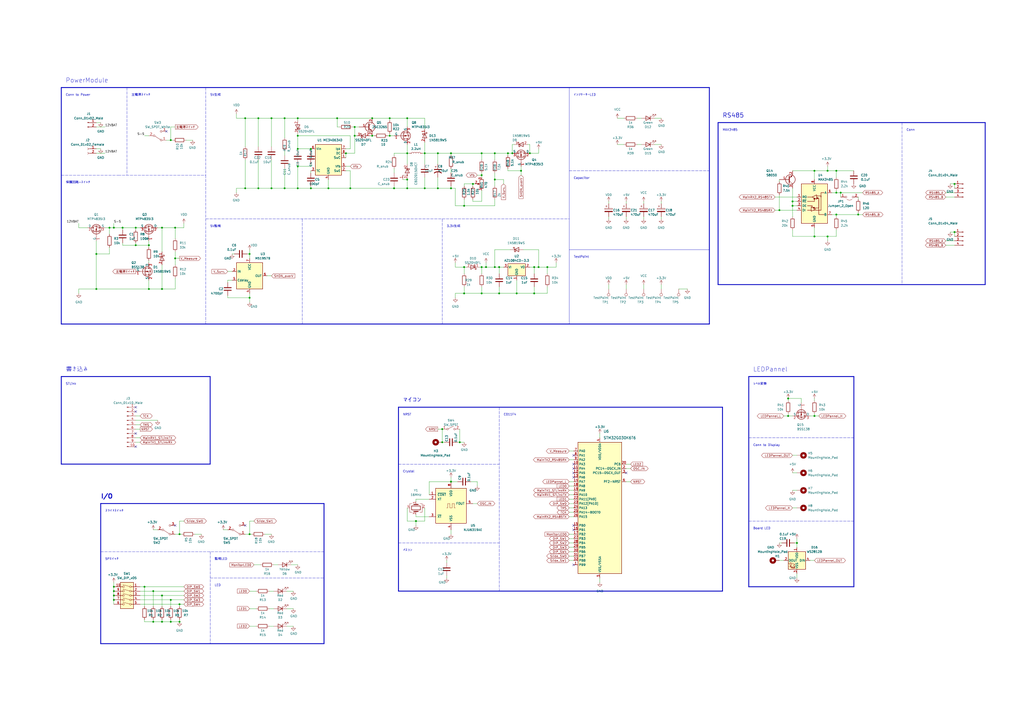
<source format=kicad_sch>
(kicad_sch (version 20211123) (generator eeschema)
  (paper "A2")
  (junction (at 459.74 116.84))
  (junction (at 309.88 170.18))
  (junction (at 309.88 154.94))
  (junction (at 99.06 360.68))
  (junction (at 266.7 256.54))
  (junction (at 485.14 111.76))
  (junction (at 226.06 78.74))
  (junction (at 66.04 340.36))
  (junction (at 205.74 78.74))
  (junction (at 287.02 154.94))
  (junction (at 66.04 132.08))
  (junction (at 144.78 172.72))
  (junction (at 497.84 124.46))
  (junction (at 55.88 167.64))
  (junction (at 99.06 347.98))
  (junction (at 457.2 231.14))
  (junction (at 472.44 137.16))
  (junction (at 88.9 360.68))
  (junction (at 203.2 109.22))
  (junction (at 78.74 132.08))
  (junction (at 172.72 68.58))
  (junction (at 553.72 106.68))
  (junction (at 246.38 88.9))
  (junction (at 480.06 137.16))
  (junction (at 269.24 119.38))
  (junction (at 261.62 88.9))
  (junction (at 172.72 96.52))
  (junction (at 200.66 88.9))
  (junction (at 485.14 124.46))
  (junction (at 149.86 68.58))
  (junction (at 462.28 314.96))
  (junction (at 472.44 241.3))
  (junction (at 307.34 88.9))
  (junction (at 180.34 86.36))
  (junction (at 93.98 360.68))
  (junction (at 269.24 154.94))
  (junction (at 261.62 109.22))
  (junction (at 205.74 73.66))
  (junction (at 236.22 68.58))
  (junction (at 459.74 119.38))
  (junction (at 281.94 154.94))
  (junction (at 165.1 109.22))
  (junction (at 144.78 147.32))
  (junction (at 452.12 121.92))
  (junction (at 256.54 248.92))
  (junction (at 553.72 134.62))
  (junction (at 157.48 68.58))
  (junction (at 142.24 68.58))
  (junction (at 236.22 104.14))
  (junction (at 289.56 154.94))
  (junction (at 487.68 111.76))
  (junction (at 93.98 132.08))
  (junction (at 101.6 149.86))
  (junction (at 480.06 99.06))
  (junction (at 172.72 109.22))
  (junction (at 215.9 78.74))
  (junction (at 269.24 170.18))
  (junction (at 317.5 154.94))
  (junction (at 142.24 109.22))
  (junction (at 254 109.22))
  (junction (at 279.4 88.9))
  (junction (at 71.12 132.08))
  (junction (at 312.42 154.94))
  (junction (at 279.4 154.94))
  (junction (at 294.64 88.9))
  (junction (at 190.5 109.22))
  (junction (at 165.1 68.58))
  (junction (at 88.9 342.9))
  (junction (at 287.02 88.9))
  (junction (at 63.5 132.08))
  (junction (at 66.04 345.44))
  (junction (at 236.22 109.22))
  (junction (at 228.6 109.22))
  (junction (at 157.48 109.22))
  (junction (at 485.14 99.06))
  (junction (at 302.26 99.06))
  (junction (at 101.6 132.08))
  (junction (at 172.72 78.74))
  (junction (at 66.04 347.98))
  (junction (at 256.54 256.54))
  (junction (at 172.72 86.36))
  (junction (at 279.4 101.6))
  (junction (at 241.3 302.26))
  (junction (at 93.98 167.64))
  (junction (at 261.62 279.4))
  (junction (at 297.18 88.9))
  (junction (at 55.88 147.32))
  (junction (at 457.2 241.3))
  (junction (at 226.06 68.58))
  (junction (at 289.56 170.18))
  (junction (at 287.02 104.14))
  (junction (at 215.9 68.58))
  (junction (at 254 88.9))
  (junction (at 236.22 88.9))
  (junction (at 104.14 309.88))
  (junction (at 66.04 342.9))
  (junction (at 99.06 81.28))
  (junction (at 246.38 109.22))
  (junction (at 274.32 106.68))
  (junction (at 78.74 142.24))
  (junction (at 86.36 142.24))
  (junction (at 93.98 345.44))
  (junction (at 86.36 167.64))
  (junction (at 104.14 360.68))
  (junction (at 279.4 170.18))
  (junction (at 149.86 109.22))
  (junction (at 195.58 68.58))
  (junction (at 299.72 170.18))
  (junction (at 83.82 340.36))
  (junction (at 180.34 109.22))
  (junction (at 144.78 309.88))
  (junction (at 472.44 99.06))
  (junction (at 104.14 350.52))
  (no_connect (at 142.24 304.8))
  (no_connect (at 78.74 238.76))
  (no_connect (at 78.74 236.22))
  (no_connect (at 332.74 269.24))
  (no_connect (at 363.22 274.32))
  (no_connect (at 332.74 271.78))
  (no_connect (at 78.74 251.46))
  (no_connect (at 332.74 264.16))
  (no_connect (at 78.74 259.08))
  (no_connect (at 332.74 274.32))
  (no_connect (at 332.74 304.8))
  (no_connect (at 101.6 304.8))
  (no_connect (at 332.74 327.66))
  (no_connect (at 332.74 276.86))
  (no_connect (at 96.52 76.2))
  (no_connect (at 332.74 307.34))
  (wire (pts (xy 78.74 254) (xy 81.28 254)))
  (wire (pts (xy 299.72 170.18) (xy 309.88 170.18)))
  (wire (pts (xy 287.02 104.14) (xy 292.1 104.14)))
  (wire (pts (xy 330.2 289.56) (xy 332.74 289.56)))
  (polyline (pts (xy 231.14 342.9) (xy 419.1 342.9)) (stroke (width 0.5) (type solid)))
  (wire (pts (xy 457.2 231.14) (xy 457.2 232.41)))
  (wire (pts (xy 241.3 302.26) (xy 236.22 302.26)))
  (polyline (pts (xy 119.38 127) (xy 330.2 127)))
  (wire (pts (xy 144.78 363.22) (xy 148.59 363.22)))
  (wire (pts (xy 309.88 170.18) (xy 317.5 170.18)))
  (wire (pts (xy 289.56 166.37) (xy 289.56 170.18)))
  (wire (pts (xy 93.98 167.64) (xy 101.6 167.64)))
  (wire (pts (xy 363.22 269.24) (xy 365.76 269.24)))
  (wire (pts (xy 63.5 147.32) (xy 55.88 147.32)))
  (polyline (pts (xy 187.96 373.38) (xy 187.96 292.1)) (stroke (width 0.5) (type solid)))
  (wire (pts (xy 469.9 325.12) (xy 472.44 325.12)))
  (wire (pts (xy 279.4 170.18) (xy 289.56 170.18)))
  (wire (pts (xy 276.86 279.4) (xy 273.05 279.4)))
  (wire (pts (xy 166.37 353.06) (xy 170.18 353.06)))
  (polyline (pts (xy 121.92 335.28) (xy 187.96 335.28)))
  (wire (pts (xy 281.94 152.4) (xy 281.94 154.94)))
  (wire (pts (xy 71.12 132.08) (xy 78.74 132.08)))
  (wire (pts (xy 353.06 125.73) (xy 353.06 127)))
  (wire (pts (xy 553.72 106.68) (xy 553.72 109.22)))
  (wire (pts (xy 156.21 342.9) (xy 158.75 342.9)))
  (wire (pts (xy 215.9 78.74) (xy 217.17 78.74)))
  (polyline (pts (xy 35.56 101.6) (xy 68.58 101.6)))
  (wire (pts (xy 60.96 132.08) (xy 63.5 132.08)))
  (wire (pts (xy 363.22 165.1) (xy 363.22 167.64)))
  (wire (pts (xy 459.74 133.35) (xy 459.74 137.16)))
  (wire (pts (xy 104.14 351.79) (xy 104.14 350.52)))
  (wire (pts (xy 45.72 129.54) (xy 45.72 132.08)))
  (wire (pts (xy 294.64 88.9) (xy 294.64 90.17)))
  (wire (pts (xy 264.16 152.4) (xy 264.16 154.94)))
  (wire (pts (xy 88.9 360.68) (xy 88.9 359.41)))
  (wire (pts (xy 330.2 287.02) (xy 332.74 287.02)))
  (wire (pts (xy 248.92 289.56) (xy 241.3 289.56)))
  (wire (pts (xy 156.21 353.06) (xy 158.75 353.06)))
  (wire (pts (xy 106.68 302.26) (xy 104.14 302.26)))
  (polyline (pts (xy 121.92 269.24) (xy 121.92 218.44)) (stroke (width 0.5) (type solid)))
  (wire (pts (xy 317.5 166.37) (xy 317.5 170.18)))
  (wire (pts (xy 246.38 88.9) (xy 246.38 95.25)))
  (wire (pts (xy 254 109.22) (xy 254 102.87)))
  (wire (pts (xy 457.2 241.3) (xy 459.74 241.3)))
  (wire (pts (xy 287.02 104.14) (xy 287.02 107.95)))
  (wire (pts (xy 55.88 88.9) (xy 60.96 88.9)))
  (wire (pts (xy 86.36 162.56) (xy 86.36 167.64)))
  (wire (pts (xy 289.56 154.94) (xy 292.1 154.94)))
  (wire (pts (xy 157.48 109.22) (xy 165.1 109.22)))
  (wire (pts (xy 165.1 68.58) (xy 172.72 68.58)))
  (wire (pts (xy 66.04 347.98) (xy 66.04 350.52)))
  (wire (pts (xy 330.2 309.88) (xy 332.74 309.88)))
  (wire (pts (xy 107.95 81.28) (xy 111.76 81.28)))
  (wire (pts (xy 71.12 142.24) (xy 78.74 142.24)))
  (wire (pts (xy 307.34 88.9) (xy 312.42 88.9)))
  (wire (pts (xy 71.12 132.08) (xy 71.12 133.35)))
  (polyline (pts (xy 434.34 340.36) (xy 495.3 340.36)) (stroke (width 0.5) (type solid)))
  (wire (pts (xy 55.88 139.7) (xy 55.88 147.32)))
  (wire (pts (xy 452.12 325.12) (xy 454.66 325.12)))
  (wire (pts (xy 172.72 68.58) (xy 172.72 69.85)))
  (wire (pts (xy 462.28 314.96) (xy 462.28 317.5)))
  (wire (pts (xy 379.73 83.82) (xy 383.54 83.82)))
  (wire (pts (xy 228.6 90.17) (xy 228.6 88.9)))
  (wire (pts (xy 459.74 99.06) (xy 472.44 99.06)))
  (wire (pts (xy 459.74 137.16) (xy 472.44 137.16)))
  (wire (pts (xy 78.74 142.24) (xy 86.36 142.24)))
  (wire (pts (xy 241.3 289.56) (xy 241.3 290.83)))
  (wire (pts (xy 264.16 170.18) (xy 264.16 172.72)))
  (wire (pts (xy 203.2 99.06) (xy 203.2 109.22)))
  (wire (pts (xy 180.34 109.22) (xy 190.5 109.22)))
  (wire (pts (xy 104.14 302.26) (xy 104.14 309.88)))
  (wire (pts (xy 485.14 137.16) (xy 480.06 137.16)))
  (wire (pts (xy 459.74 109.22) (xy 459.74 116.84)))
  (wire (pts (xy 309.88 166.37) (xy 309.88 170.18)))
  (wire (pts (xy 287.02 88.9) (xy 287.02 92.71)))
  (wire (pts (xy 205.74 73.66) (xy 205.74 78.74)))
  (wire (pts (xy 457.2 240.03) (xy 457.2 241.3)))
  (wire (pts (xy 66.04 342.9) (xy 66.04 345.44)))
  (wire (pts (xy 205.74 78.74) (xy 207.01 78.74)))
  (wire (pts (xy 137.16 66.04) (xy 137.16 68.58)))
  (wire (pts (xy 226.06 68.58) (xy 236.22 68.58)))
  (polyline (pts (xy 175.26 127) (xy 175.26 187.96)))
  (wire (pts (xy 144.78 170.18) (xy 144.78 172.72)))
  (wire (pts (xy 287.02 154.94) (xy 289.56 154.94)))
  (wire (pts (xy 261.62 88.9) (xy 279.4 88.9)))
  (wire (pts (xy 134.62 147.32) (xy 135.89 147.32)))
  (wire (pts (xy 215.9 68.58) (xy 226.06 68.58)))
  (wire (pts (xy 132.08 157.48) (xy 134.62 157.48)))
  (wire (pts (xy 256.54 248.92) (xy 256.54 256.54)))
  (wire (pts (xy 233.68 104.14) (xy 236.22 104.14)))
  (wire (pts (xy 269.24 115.57) (xy 269.24 119.38)))
  (wire (pts (xy 487.68 111.76) (xy 487.68 114.3)))
  (wire (pts (xy 144.78 353.06) (xy 148.59 353.06)))
  (wire (pts (xy 485.14 99.06) (xy 485.14 102.87)))
  (wire (pts (xy 330.2 294.64) (xy 332.74 294.64)))
  (wire (pts (xy 168.91 327.66) (xy 172.72 327.66)))
  (wire (pts (xy 228.6 78.74) (xy 226.06 78.74)))
  (polyline (pts (xy 58.42 320.04) (xy 187.96 320.04)))
  (wire (pts (xy 93.98 132.08) (xy 101.6 132.08)))
  (wire (pts (xy 203.2 86.36) (xy 203.2 78.74)))
  (wire (pts (xy 99.06 347.98) (xy 99.06 351.79)))
  (wire (pts (xy 393.7 167.64) (xy 398.78 167.64)))
  (wire (pts (xy 312.42 154.94) (xy 317.5 154.94)))
  (wire (pts (xy 373.38 165.1) (xy 373.38 167.64)))
  (wire (pts (xy 236.22 83.82) (xy 236.22 88.9)))
  (wire (pts (xy 93.98 360.68) (xy 88.9 360.68)))
  (wire (pts (xy 279.4 100.33) (xy 279.4 101.6)))
  (wire (pts (xy 330.2 284.48) (xy 332.74 284.48)))
  (polyline (pts (xy 411.48 187.96) (xy 35.56 187.96)) (stroke (width 0.5) (type solid)))
  (wire (pts (xy 254 88.9) (xy 261.62 88.9)))
  (wire (pts (xy 157.48 68.58) (xy 157.48 85.09)))
  (wire (pts (xy 330.2 279.4) (xy 332.74 279.4)))
  (wire (pts (xy 101.6 161.29) (xy 101.6 167.64)))
  (wire (pts (xy 330.2 325.12) (xy 332.74 325.12)))
  (wire (pts (xy 228.6 88.9) (xy 236.22 88.9)))
  (wire (pts (xy 78.74 248.92) (xy 81.28 248.92)))
  (wire (pts (xy 78.74 241.3) (xy 81.28 241.3)))
  (wire (pts (xy 104.14 360.68) (xy 99.06 360.68)))
  (wire (pts (xy 363.22 279.4) (xy 365.76 279.4)))
  (wire (pts (xy 452.12 121.92) (xy 462.28 121.92)))
  (polyline (pts (xy 231.14 236.22) (xy 419.1 236.22)) (stroke (width 0.5) (type solid)))
  (wire (pts (xy 274.32 292.1) (xy 276.86 292.1)))
  (wire (pts (xy 462.28 332.74) (xy 462.28 335.28)))
  (wire (pts (xy 373.38 125.73) (xy 373.38 127)))
  (wire (pts (xy 63.5 132.08) (xy 63.5 135.89)))
  (wire (pts (xy 269.24 154.94) (xy 270.51 154.94)))
  (wire (pts (xy 195.58 68.58) (xy 195.58 73.66)))
  (wire (pts (xy 78.74 256.54) (xy 81.28 256.54)))
  (wire (pts (xy 149.86 109.22) (xy 157.48 109.22)))
  (wire (pts (xy 172.72 86.36) (xy 180.34 86.36)))
  (wire (pts (xy 81.28 345.44) (xy 93.98 345.44)))
  (wire (pts (xy 363.22 271.78) (xy 365.76 271.78)))
  (wire (pts (xy 93.98 360.68) (xy 93.98 359.41)))
  (wire (pts (xy 309.88 154.94) (xy 312.42 154.94)))
  (wire (pts (xy 180.34 107.95) (xy 180.34 109.22)))
  (wire (pts (xy 312.42 86.36) (xy 312.42 88.9)))
  (wire (pts (xy 245.11 88.9) (xy 246.38 88.9)))
  (wire (pts (xy 236.22 109.22) (xy 236.22 104.14)))
  (wire (pts (xy 383.54 116.84) (xy 383.54 118.11)))
  (wire (pts (xy 88.9 307.34) (xy 91.44 307.34)))
  (wire (pts (xy 93.98 153.67) (xy 93.98 167.64)))
  (wire (pts (xy 309.88 154.94) (xy 309.88 158.75)))
  (wire (pts (xy 294.64 99.06) (xy 302.26 99.06)))
  (polyline (pts (xy 58.42 373.38) (xy 187.96 373.38)) (stroke (width 0.5) (type solid)))
  (wire (pts (xy 172.72 96.52) (xy 172.72 109.22)))
  (wire (pts (xy 266.7 248.92) (xy 266.7 256.54)))
  (wire (pts (xy 93.98 345.44) (xy 106.68 345.44)))
  (wire (pts (xy 55.88 167.64) (xy 86.36 167.64)))
  (wire (pts (xy 279.4 101.6) (xy 279.4 102.87)))
  (wire (pts (xy 246.38 294.64) (xy 246.38 302.26)))
  (wire (pts (xy 269.24 106.68) (xy 274.32 106.68)))
  (wire (pts (xy 203.2 86.36) (xy 200.66 86.36)))
  (wire (pts (xy 157.48 68.58) (xy 165.1 68.58)))
  (wire (pts (xy 78.74 246.38) (xy 81.28 246.38)))
  (wire (pts (xy 464.82 233.68) (xy 464.82 231.14)))
  (wire (pts (xy 165.1 97.79) (xy 165.1 109.22)))
  (wire (pts (xy 299.72 162.56) (xy 299.72 170.18)))
  (wire (pts (xy 264.16 170.18) (xy 269.24 170.18)))
  (wire (pts (xy 553.72 139.7) (xy 548.64 139.7)))
  (wire (pts (xy 482.6 111.76) (xy 485.14 111.76)))
  (wire (pts (xy 165.1 68.58) (xy 165.1 80.01)))
  (wire (pts (xy 459.74 294.64) (xy 462.28 294.64)))
  (wire (pts (xy 144.78 172.72) (xy 144.78 175.26)))
  (wire (pts (xy 553.72 134.62) (xy 551.18 134.62)))
  (wire (pts (xy 86.36 151.13) (xy 86.36 152.4)))
  (wire (pts (xy 172.72 86.36) (xy 172.72 87.63)))
  (wire (pts (xy 279.4 170.18) (xy 269.24 170.18)))
  (polyline (pts (xy 121.92 218.44) (xy 35.56 218.44)) (stroke (width 0.5) (type solid)))
  (wire (pts (xy 302.26 96.52) (xy 302.26 99.06)))
  (wire (pts (xy 55.88 147.32) (xy 55.88 167.64)))
  (wire (pts (xy 246.38 68.58) (xy 236.22 68.58)))
  (wire (pts (xy 78.74 140.97) (xy 78.74 142.24)))
  (polyline (pts (xy 495.3 340.36) (xy 495.3 218.44)) (stroke (width 0.5) (type solid)))
  (wire (pts (xy 317.5 154.94) (xy 317.5 158.75)))
  (wire (pts (xy 154.94 160.02) (xy 157.48 160.02)))
  (wire (pts (xy 452.12 314.96) (xy 453.39 314.96)))
  (wire (pts (xy 172.72 109.22) (xy 180.34 109.22)))
  (wire (pts (xy 86.36 167.64) (xy 93.98 167.64)))
  (wire (pts (xy 101.6 73.66) (xy 99.06 73.66)))
  (polyline (pts (xy 434.34 302.26) (xy 495.3 302.26)))
  (wire (pts (xy 279.4 110.49) (xy 279.4 116.84)))
  (wire (pts (xy 81.28 350.52) (xy 104.14 350.52)))
  (wire (pts (xy 241.3 302.26) (xy 241.3 304.8)))
  (wire (pts (xy 278.13 154.94) (xy 279.4 154.94)))
  (wire (pts (xy 86.36 139.7) (xy 86.36 142.24)))
  (wire (pts (xy 261.62 107.95) (xy 261.62 109.22)))
  (wire (pts (xy 497.84 123.19) (xy 497.84 124.46)))
  (wire (pts (xy 347.98 251.46) (xy 347.98 254)))
  (polyline (pts (xy 571.5 71.12) (xy 416.56 71.12)) (stroke (width 0.5) (type solid)))
  (wire (pts (xy 330.2 314.96) (xy 332.74 314.96)))
  (wire (pts (xy 144.78 342.9) (xy 148.59 342.9)))
  (polyline (pts (xy 416.56 71.12) (xy 416.56 165.1)) (stroke (width 0.5) (type solid)))
  (wire (pts (xy 45.72 167.64) (xy 45.72 170.18)))
  (wire (pts (xy 485.14 124.46) (xy 485.14 125.73)))
  (wire (pts (xy 358.14 68.58) (xy 361.95 68.58)))
  (wire (pts (xy 306.07 83.82) (xy 307.34 83.82)))
  (wire (pts (xy 462.28 312.42) (xy 462.28 314.96)))
  (wire (pts (xy 461.01 314.96) (xy 462.28 314.96)))
  (wire (pts (xy 180.34 99.06) (xy 180.34 100.33)))
  (wire (pts (xy 81.28 340.36) (xy 83.82 340.36)))
  (wire (pts (xy 204.47 73.66) (xy 205.74 73.66)))
  (wire (pts (xy 157.48 92.71) (xy 157.48 109.22)))
  (wire (pts (xy 497.84 114.3) (xy 497.84 115.57)))
  (wire (pts (xy 254 109.22) (xy 261.62 109.22)))
  (polyline (pts (xy 35.56 187.96) (xy 35.56 50.8)) (stroke (width 0.5) (type solid)))
  (wire (pts (xy 144.78 147.32) (xy 144.78 149.86)))
  (polyline (pts (xy 231.14 314.96) (xy 289.56 314.96)))
  (wire (pts (xy 132.08 163.83) (xy 132.08 162.56)))
  (wire (pts (xy 459.74 116.84) (xy 459.74 119.38)))
  (wire (pts (xy 472.44 99.06) (xy 472.44 104.14)))
  (wire (pts (xy 363.22 116.84) (xy 363.22 118.11)))
  (wire (pts (xy 66.04 340.36) (xy 66.04 342.9)))
  (wire (pts (xy 485.14 124.46) (xy 497.84 124.46)))
  (wire (pts (xy 287.02 144.78) (xy 287.02 154.94)))
  (wire (pts (xy 180.34 87.63) (xy 180.34 86.36)))
  (wire (pts (xy 137.16 109.22) (xy 142.24 109.22)))
  (wire (pts (xy 480.06 137.16) (xy 472.44 137.16)))
  (wire (pts (xy 482.6 124.46) (xy 485.14 124.46)))
  (wire (pts (xy 86.36 142.24) (xy 86.36 143.51)))
  (wire (pts (xy 66.04 129.54) (xy 66.04 132.08)))
  (wire (pts (xy 63.5 143.51) (xy 63.5 147.32)))
  (wire (pts (xy 274.32 106.68) (xy 274.32 107.95)))
  (wire (pts (xy 101.6 132.08) (xy 101.6 138.43)))
  (wire (pts (xy 317.5 154.94) (xy 322.58 154.94)))
  (wire (pts (xy 200.66 99.06) (xy 203.2 99.06)))
  (polyline (pts (xy 411.48 50.8) (xy 411.48 187.96)) (stroke (width 0.5) (type solid)))
  (polyline (pts (xy 231.14 236.22) (xy 231.14 342.9)) (stroke (width 0.5) (type solid)))
  (polyline (pts (xy 434.34 254) (xy 495.3 254)))
  (wire (pts (xy 142.24 92.71) (xy 142.24 109.22)))
  (wire (pts (xy 292.1 104.14) (xy 292.1 106.68)))
  (wire (pts (xy 330.2 320.04) (xy 332.74 320.04)))
  (wire (pts (xy 149.86 92.71) (xy 149.86 109.22)))
  (polyline (pts (xy 35.56 218.44) (xy 35.56 269.24)) (stroke (width 0.5) (type solid)))
  (polyline (pts (xy 434.34 218.44) (xy 495.3 218.44)) (stroke (width 0.5) (type solid)))
  (wire (pts (xy 254 88.9) (xy 254 95.25)))
  (wire (pts (xy 83.82 360.68) (xy 83.82 359.41)))
  (wire (pts (xy 287.02 119.38) (xy 269.24 119.38)))
  (wire (pts (xy 236.22 88.9) (xy 236.22 95.25)))
  (polyline (pts (xy 58.42 373.38) (xy 58.42 292.1)) (stroke (width 0.5) (type solid)))
  (polyline (pts (xy 434.34 218.44) (xy 434.34 340.36)) (stroke (width 0.5) (type solid)))
  (wire (pts (xy 256.54 256.54) (xy 257.81 256.54)))
  (wire (pts (xy 330.2 261.62) (xy 332.74 261.62)))
  (wire (pts (xy 485.14 133.35) (xy 485.14 137.16)))
  (wire (pts (xy 553.72 114.3) (xy 548.64 114.3)))
  (polyline (pts (xy 330.2 127) (xy 330.2 50.8)) (stroke (width 0) (type solid)))
  (wire (pts (xy 287.02 88.9) (xy 294.64 88.9)))
  (wire (pts (xy 307.34 154.94) (xy 309.88 154.94)))
  (wire (pts (xy 166.37 363.22) (xy 170.18 363.22)))
  (wire (pts (xy 330.2 281.94) (xy 332.74 281.94)))
  (wire (pts (xy 330.2 322.58) (xy 332.74 322.58)))
  (wire (pts (xy 330.2 299.72) (xy 332.74 299.72)))
  (wire (pts (xy 264.16 154.94) (xy 269.24 154.94)))
  (wire (pts (xy 156.21 363.22) (xy 158.75 363.22)))
  (wire (pts (xy 132.08 172.72) (xy 144.78 172.72)))
  (wire (pts (xy 553.72 142.24) (xy 548.64 142.24)))
  (wire (pts (xy 459.74 284.48) (xy 462.28 284.48)))
  (wire (pts (xy 464.82 231.14) (xy 457.2 231.14)))
  (wire (pts (xy 373.38 116.84) (xy 373.38 118.11)))
  (wire (pts (xy 487.68 111.76) (xy 500.38 111.76)))
  (wire (pts (xy 88.9 342.9) (xy 88.9 351.79)))
  (wire (pts (xy 104.14 360.68) (xy 104.14 359.41)))
  (wire (pts (xy 99.06 73.66) (xy 99.06 81.28)))
  (wire (pts (xy 166.37 342.9) (xy 170.18 342.9)))
  (wire (pts (xy 149.86 68.58) (xy 149.86 85.09)))
  (wire (pts (xy 287.02 100.33) (xy 287.02 104.14)))
  (wire (pts (xy 147.32 327.66) (xy 151.13 327.66)))
  (wire (pts (xy 472.44 241.3) (xy 474.98 241.3)))
  (wire (pts (xy 307.34 83.82) (xy 307.34 88.9)))
  (wire (pts (xy 214.63 78.74) (xy 215.9 78.74)))
  (wire (pts (xy 279.4 154.94) (xy 279.4 158.75)))
  (wire (pts (xy 172.72 77.47) (xy 172.72 78.74)))
  (wire (pts (xy 459.74 264.16) (xy 462.28 264.16)))
  (wire (pts (xy 294.64 88.9) (xy 297.18 88.9)))
  (wire (pts (xy 279.4 101.6) (xy 276.86 101.6)))
  (wire (pts (xy 99.06 360.68) (xy 99.06 359.41)))
  (wire (pts (xy 129.54 307.34) (xy 132.08 307.34)))
  (wire (pts (xy 66.04 132.08) (xy 71.12 132.08)))
  (wire (pts (xy 55.88 71.12) (xy 58.42 71.12)))
  (wire (pts (xy 261.62 307.34) (xy 261.62 309.88)))
  (wire (pts (xy 485.14 99.06) (xy 495.3 99.06)))
  (wire (pts (xy 261.62 90.17) (xy 261.62 88.9)))
  (wire (pts (xy 330.2 312.42) (xy 332.74 312.42)))
  (wire (pts (xy 241.3 298.45) (xy 241.3 299.72)))
  (wire (pts (xy 101.6 132.08) (xy 106.68 132.08)))
  (wire (pts (xy 246.38 88.9) (xy 254 88.9)))
  (wire (pts (xy 142.24 109.22) (xy 149.86 109.22)))
  (wire (pts (xy 452.12 104.14) (xy 452.12 105.41)))
  (wire (pts (xy 281.94 154.94) (xy 287.02 154.94)))
  (wire (pts (xy 144.78 302.26) (xy 144.78 309.88)))
  (wire (pts (xy 66.04 345.44) (xy 66.04 347.98)))
  (wire (pts (xy 266.7 256.54) (xy 269.24 256.54)))
  (wire (pts (xy 83.82 340.36) (xy 83.82 351.79)))
  (wire (pts (xy 101.6 149.86) (xy 101.6 153.67)))
  (wire (pts (xy 195.58 68.58) (xy 215.9 68.58)))
  (wire (pts (xy 228.6 109.22) (xy 236.22 109.22)))
  (wire (pts (xy 449.58 121.92) (xy 452.12 121.92)))
  (wire (pts (xy 485.14 111.76) (xy 487.68 111.76)))
  (wire (pts (xy 81.28 342.9) (xy 88.9 342.9)))
  (wire (pts (xy 142.24 68.58) (xy 142.24 85.09)))
  (wire (pts (xy 83.82 340.36) (xy 106.68 340.36)))
  (wire (pts (xy 228.6 107.95) (xy 228.6 109.22)))
  (wire (pts (xy 205.74 73.66) (xy 208.28 73.66)))
  (wire (pts (xy 266.7 256.54) (xy 265.43 256.54)))
  (wire (pts (xy 153.67 309.88) (xy 157.48 309.88)))
  (wire (pts (xy 91.44 132.08) (xy 93.98 132.08)))
  (polyline (pts (xy 73.66 50.8) (xy 73.66 101.6)))
  (wire (pts (xy 303.53 144.78) (xy 312.42 144.78)))
  (wire (pts (xy 553.72 134.62) (xy 553.72 137.16)))
  (wire (pts (xy 298.45 83.82) (xy 297.18 83.82)))
  (wire (pts (xy 302.26 99.06) (xy 302.26 101.6)))
  (wire (pts (xy 101.6 146.05) (xy 101.6 149.86)))
  (wire (pts (xy 195.58 73.66) (xy 196.85 73.66)))
  (polyline (pts (xy 419.1 342.9) (xy 419.1 236.22)) (stroke (width 0.5) (type solid)))
  (wire (pts (xy 261.62 109.22) (xy 264.16 109.22)))
  (wire (pts (xy 226.06 77.47) (xy 226.06 78.74)))
  (wire (pts (xy 459.74 119.38) (xy 462.28 119.38)))
  (wire (pts (xy 246.38 82.55) (xy 246.38 88.9)))
  (wire (pts (xy 279.4 92.71) (xy 279.4 88.9)))
  (wire (pts (xy 287.02 144.78) (xy 295.91 144.78)))
  (wire (pts (xy 190.5 104.14) (xy 190.5 109.22)))
  (wire (pts (xy 353.06 116.84) (xy 353.06 118.11)))
  (wire (pts (xy 279.4 116.84) (xy 274.32 116.84)))
  (wire (pts (xy 449.58 114.3) (xy 462.28 114.3)))
  (wire (pts (xy 330.2 297.18) (xy 332.74 297.18)))
  (wire (pts (xy 45.72 132.08) (xy 50.8 132.08)))
  (polyline (pts (xy 571.5 165.1) (xy 571.5 71.12)) (stroke (width 0.5) (type solid)))
  (wire (pts (xy 274.32 116.84) (xy 274.32 115.57)))
  (wire (pts (xy 330.2 292.1) (xy 332.74 292.1)))
  (wire (pts (xy 236.22 88.9) (xy 237.49 88.9)))
  (wire (pts (xy 379.73 68.58) (xy 383.54 68.58)))
  (polyline (pts (xy 289.56 236.22) (xy 289.56 342.9)))
  (wire (pts (xy 459.74 119.38) (xy 459.74 125.73)))
  (wire (pts (xy 454.66 241.3) (xy 457.2 241.3)))
  (wire (pts (xy 276.86 281.94) (xy 276.86 279.4)))
  (polyline (pts (xy 121.92 320.04) (xy 121.92 373.38)))
  (wire (pts (xy 205.74 78.74) (xy 205.74 88.9)))
  (polyline (pts (xy 330.2 144.78) (xy 411.48 144.78)) (stroke (width 0) (type solid)))
  (wire (pts (xy 200.66 96.52) (xy 203.2 96.52)))
  (wire (pts (xy 246.38 302.26) (xy 241.3 302.26)))
  (wire (pts (xy 480.06 99.06) (xy 480.06 96.52)))
  (wire (pts (xy 55.88 73.66) (xy 60.96 73.66)))
  (polyline (pts (xy 523.24 71.12) (xy 523.24 165.1)))
  (wire (pts (xy 99.06 347.98) (xy 106.68 347.98)))
  (wire (pts (xy 63.5 132.08) (xy 66.04 132.08)))
  (wire (pts (xy 259.08 325.12) (xy 259.08 326.39)))
  (wire (pts (xy 330.2 266.7) (xy 332.74 266.7)))
  (wire (pts (xy 353.06 165.1) (xy 353.06 167.64)))
  (wire (pts (xy 236.22 302.26) (xy 236.22 294.64)))
  (wire (pts (xy 480.06 99.06) (xy 485.14 99.06)))
  (wire (pts (xy 96.52 81.28) (xy 99.06 81.28)))
  (wire (pts (xy 261.62 97.79) (xy 261.62 100.33)))
  (wire (pts (xy 269.24 170.18) (xy 269.24 166.37)))
  (wire (pts (xy 203.2 109.22) (xy 228.6 109.22)))
  (wire (pts (xy 106.68 129.54) (xy 106.68 132.08)))
  (wire (pts (xy 289.56 170.18) (xy 299.72 170.18)))
  (wire (pts (xy 259.08 334.01) (xy 259.08 335.28)))
  (wire (pts (xy 78.74 243.84) (xy 91.44 243.84)))
  (wire (pts (xy 279.4 166.37) (xy 279.4 170.18)))
  (wire (pts (xy 55.88 86.36) (xy 58.42 86.36)))
  (wire (pts (xy 205.74 88.9) (xy 200.66 88.9)))
  (wire (pts (xy 472.44 241.3) (xy 472.44 240.03)))
  (wire (pts (xy 241.3 299.72) (xy 248.92 299.72)))
  (wire (pts (xy 101.6 149.86) (xy 104.14 149.86)))
  (wire (pts (xy 294.64 97.79) (xy 294.64 99.06)))
  (polyline (pts (xy 256.54 127) (xy 256.54 187.96)))
  (wire (pts (xy 246.38 74.93) (xy 246.38 68.58)))
  (wire (pts (xy 330.2 317.5) (xy 332.74 317.5)))
  (wire (pts (xy 93.98 132.08) (xy 93.98 146.05)))
  (wire (pts (xy 279.4 154.94) (xy 281.94 154.94)))
  (wire (pts (xy 269.24 154.94) (xy 269.24 158.75)))
  (polyline (pts (xy 330.2 127) (xy 330.2 187.96)) (stroke (width 0) (type solid)))
  (wire (pts (xy 172.72 78.74) (xy 172.72 86.36)))
  (wire (pts (xy 383.54 125.73) (xy 383.54 127)))
  (wire (pts (xy 142.24 309.88) (xy 144.78 309.88)))
  (wire (pts (xy 459.74 116.84) (xy 462.28 116.84)))
  (wire (pts (xy 104.14 309.88) (xy 105.41 309.88)))
  (wire (pts (xy 78.74 132.08) (xy 78.74 133.35)))
  (wire (pts (xy 472.44 231.14) (xy 472.44 232.41)))
  (wire (pts (xy 158.75 327.66) (xy 161.29 327.66)))
  (wire (pts (xy 144.78 144.78) (xy 144.78 147.32)))
  (wire (pts (xy 132.08 171.45) (xy 132.08 172.72)))
  (polyline (pts (xy 35.56 50.8) (xy 411.48 50.8)) (stroke (width 0.5) (type solid)))
  (wire (pts (xy 99.06 360.68) (xy 93.98 360.68)))
  (wire (pts (xy 88.9 342.9) (xy 106.68 342.9)))
  (wire (pts (xy 78.74 132.08) (xy 81.28 132.08)))
  (wire (pts (xy 553.72 111.76) (xy 548.64 111.76)))
  (wire (pts (xy 480.06 137.16) (xy 480.06 139.7)))
  (wire (pts (xy 472.44 132.08) (xy 472.44 137.16)))
  (polyline (pts (xy 35.56 269.24) (xy 121.92 269.24)) (stroke (width 0.5) (type solid)))
  (wire (pts (xy 312.42 144.78) (xy 312.42 154.94)))
  (wire (pts (xy 172.72 78.74) (xy 203.2 78.74)))
  (wire (pts (xy 369.57 68.58) (xy 372.11 68.58)))
  (polyline (pts (xy 416.56 165.1) (xy 571.5 165.1)) (stroke (width 0.5) (type solid)))
  (wire (pts (xy 200.66 91.44) (xy 200.66 88.9)))
  (polyline (pts (xy 58.42 292.1) (xy 187.96 292.1)) (stroke (width 0.5) (type solid)))
  (wire (pts (xy 172.72 68.58) (xy 195.58 68.58)))
  (wire (pts (xy 99.06 81.28) (xy 100.33 81.28)))
  (wire (pts (xy 485.14 110.49) (xy 485.14 111.76)))
  (wire (pts (xy 83.82 360.68) (xy 88.9 360.68)))
  (wire (pts (xy 149.86 68.58) (xy 157.48 68.58)))
  (wire (pts (xy 113.03 309.88) (xy 116.84 309.88)))
  (wire (pts (xy 228.6 97.79) (xy 228.6 100.33)))
  (wire (pts (xy 165.1 87.63) (xy 165.1 90.17)))
  (wire (pts (xy 274.32 106.68) (xy 275.59 106.68)))
  (wire (pts (xy 322.58 152.4) (xy 322.58 154.94)))
  (wire (pts (xy 81.28 347.98) (xy 99.06 347.98)))
  (wire (pts (xy 83.82 78.74) (xy 86.36 78.74)))
  (wire (pts (xy 104.14 350.52) (xy 106.68 350.52)))
  (wire (pts (xy 261.62 279.4) (xy 248.92 279.4)))
  (wire (pts (xy 279.4 88.9) (xy 287.02 88.9)))
  (wire (pts (xy 553.72 106.68) (xy 551.18 106.68)))
  (wire (pts (xy 265.43 279.4) (xy 261.62 279.4)))
  (wire (pts (xy 363.22 125.73) (xy 363.22 127)))
  (wire (pts (xy 248.92 279.4) (xy 248.92 287.02)))
  (wire (pts (xy 254 248.92) (xy 256.54 248.92)))
  (wire (pts (xy 472.44 99.06) (xy 480.06 99.06)))
  (wire (pts (xy 469.9 241.3) (xy 472.44 241.3)))
  (polyline (pts (xy 231.14 269.24) (xy 289.56 269.24)))
  (wire (pts (xy 369.57 83.82) (xy 372.11 83.82)))
  (wire (pts (xy 93.98 351.79) (xy 93.98 345.44)))
  (wire (pts (xy 132.08 162.56) (xy 134.62 162.56)))
  (wire (pts (xy 269.24 119.38) (xy 264.16 119.38)))
  (wire (pts (xy 101.6 309.88) (xy 104.14 309.88)))
  (wire (pts (xy 55.88 167.64) (xy 45.72 167.64)))
  (wire (pts (xy 147.32 302.26) (xy 144.78 302.26)))
  (wire (pts (xy 297.18 83.82) (xy 297.18 88.9)))
  (wire (pts (xy 452.12 113.03) (xy 452.12 121.92)))
  (wire (pts (xy 264.16 119.38) (xy 264.16 109.22)))
  (wire (pts (xy 459.74 274.32) (xy 462.28 274.32)))
  (wire (pts (xy 165.1 109.22) (xy 172.72 109.22)))
  (wire (pts (xy 203.2 109.22) (xy 190.5 109.22)))
  (wire (pts (xy 383.54 165.1) (xy 383.54 167.64)))
  (wire (pts (xy 224.79 78.74) (xy 226.06 78.74)))
  (polyline (pts (xy 119.38 101.6) (xy 119.38 187.96)))
  (polyline (pts (xy 68.58 101.6) (xy 119.38 101.6)))
  (wire (pts (xy 172.72 96.52) (xy 172.72 95.25)))
  (wire (pts (xy 226.06 68.58) (xy 226.06 69.85)))
  (wire (pts (xy 347.98 335.28) (xy 347.98 337.82)))
  (wire (pts (xy 137.16 109.22) (xy 137.16 111.76)))
  (wire (pts (xy 261.62 279.4) (xy 261.62 276.86)))
  (wire (pts (xy 497.84 124.46) (xy 500.38 124.46)))
  (wire (pts (xy 236.22 68.58) (xy 236.22 73.66)))
  (wire (pts (xy 66.04 337.82) (xy 66.04 340.36)))
  (wire (pts (xy 180.34 95.25) (xy 180.34 96.52)))
  (wire (pts (xy 172.72 96.52) (xy 180.34 96.52)))
  (wire (pts (xy 287.02 115.57) (xy 287.02 119.38)))
  (wire (pts (xy 246.38 109.22) (xy 254 109.22)))
  (wire (pts (xy 143.51 147.32) (xy 144.78 147.32)))
  (wire (pts (xy 71.12 140.97) (xy 71.12 142.24)))
  (wire (pts (xy 236.22 109.22) (xy 246.38 109.22)))
  (polyline (pts (xy 119.38 50.8) (xy 119.38 101.6)))
  (polyline (pts (xy 330.2 99.06) (xy 411.48 99.06)))
  (wire (pts (xy 269.24 106.68) (xy 269.24 107.95)))
  (wire (pts (xy 144.78 309.88) (xy 146.05 309.88)))
  (wire (pts (xy 137.16 68.58) (xy 142.24 68.58)))
  (wire (pts (xy 246.38 102.87) (xy 246.38 109.22)))
  (wire (pts (xy 358.14 83.82) (xy 361.95 83.82)))
  (wire (pts (xy 289.56 154.94) (xy 289.56 158.75)))
  (wire (pts (xy 142.24 68.58) (xy 149.86 68.58)))
  (text "5V監視" (at 121.92 132.08 0) (effects (font (size 1.27 1.27)) (justify left bottom)))
  (text "RS485" (at 419.1 68.58 0) (effects (font (size 2.54 2.54) (thickness 0.254) bold) (justify left bottom)))
  (text "レベル変換" (at 436.88 223.52 0) (effects (font (size 1.27 1.27)) (justify left bottom)))
  (text "Crystal" (at 233.68 274.32 0) (effects (font (size 1.27 1.27)) (justify left bottom)))
  (text "I/O" (at 58.42 289.56 0) (effects (font (size 2.54 2.54) (thickness 0.508) bold) (justify left bottom)))
  (text "MAX3485" (at 419.1 76.2 0) (effects (font (size 1.27 1.27)) (justify left bottom)))
  (text "3.3V生成" (at 259.08 132.08 0) (effects (font (size 1.27 1.27)) (justify left bottom)))
  (text "Conn to Power" (at 38.1 55.88 0) (effects (font (size 1.27 1.27)) (justify left bottom)))
  (text "パスコン" (at 233.68 320.04 0) (effects (font (size 1.27 1.27)) (justify left bottom)))
  (text "LEDPannel" (at 436.88 215.9 0) (effects (font (size 2.54 2.54)) (justify left bottom)))
  (text "マイコン" (at 233.68 233.68 0) (effects (font (size 2.54 2.54) (thickness 0.254) bold) (justify left bottom)))
  (text "LED" (at 124.46 340.36 0) (effects (font (size 1.27 1.27)) (justify left bottom)))
  (text "PowerModule" (at 38.1 48.26 0) (effects (font (size 2.54 2.54)) (justify left bottom)))
  (text "C011F4" (at 292.1 241.3 0) (effects (font (size 1.27 1.27)) (justify left bottom)))
  (text "書き込み" (at 38.1 215.9 0) (effects (font (size 2.54 2.54)) (justify left bottom)))
  (text "TestPoint" (at 332.74 149.86 0) (effects (font (size 1.27 1.27)) (justify left bottom)))
  (text "スライドスイッチ" (at 60.96 297.18 0) (effects (font (size 1.27 1.27)) (justify left bottom)))
  (text "Capacitor" (at 332.74 104.14 0) (effects (font (size 1.27 1.27)) (justify left bottom)))
  (text "保護回路・スイッチ" (at 38.1 106.68 0) (effects (font (size 1.27 1.27)) (justify left bottom)))
  (text "NRST" (at 233.68 241.3 0) (effects (font (size 1.27 1.27)) (justify left bottom)))
  (text "STLink" (at 38.1 223.52 0) (effects (font (size 1.27 1.27)) (justify left bottom)))
  (text "5V生成" (at 121.92 55.88 0) (effects (font (size 1.27 1.27)) (justify left bottom)))
  (text "Board LED" (at 436.88 307.34 0) (effects (font (size 1.27 1.27)) (justify left bottom)))
  (text "監視LED" (at 124.46 325.12 0) (effects (font (size 1.27 1.27)) (justify left bottom)))
  (text "Conn to Display" (at 436.88 259.08 0) (effects (font (size 1.27 1.27)) (justify left bottom)))
  (text "主電源スイッチ" (at 76.2 55.88 0) (effects (font (size 1.27 1.27)) (justify left bottom)))
  (text "5Pスイッチ" (at 60.96 325.12 0) (effects (font (size 1.27 1.27)) (justify left bottom)))
  (text "インジケーターLED" (at 332.74 55.88 0) (effects (font (size 1.27 1.27)) (justify left bottom)))
  (text "Conn" (at 525.78 76.2 0) (effects (font (size 1.27 1.27)) (justify left bottom)))
  (label "S-S" (at 66.04 129.54 0))
  (label "12VBAT" (at 60.96 88.9 0))
  (label "S-S" (at 83.82 78.74 180))
  (label "12VBAT" (at 45.72 129.54 180))
  (label "12VBAT" (at 60.96 73.66 0))
  (global_label "TCK" (shape bidirectional) (at 81.28 241.3 0) (property "Intersheet References" "${INTERSHEET_REFS}" (effects hide)))
  (global_label "LED2" (shape input) (at 144.78 363.22 180) (property "Intersheet References" "${INTERSHEET_REFS}" (effects hide)))
  (global_label "MainRX1_STLinkTX" (shape bidirectional) (at 81.28 254 0) (property "Intersheet References" "${INTERSHEET_REFS}" (effects hide)))
  (global_label "DIP_SW0" (shape bidirectional) (at 330.2 292.1 180) (property "Intersheet References" "${INTERSHEET_REFS}" (effects hide)))
  (global_label "LEDPannel_OUT" (shape bidirectional) (at 459.74 264.16 180) (property "Intersheet References" "${INTERSHEET_REFS}" (effects hide)))
  (global_label "V_Surv." (shape input) (at 132.08 157.48 180) (property "Intersheet References" "${INTERSHEET_REFS}" (effects hide)))
  (global_label "MainRX2_RS485TX" (shape bidirectional) (at 330.2 299.72 180) (property "Intersheet References" "${INTERSHEET_REFS}" (effects hide)))
  (global_label "Slide_SW0" (shape bidirectional) (at 106.68 302.26 0) (property "Intersheet References" "${INTERSHEET_REFS}" (effects hide)))
  (global_label "RS485_A" (shape bidirectional) (at 500.38 111.76 0) (property "Intersheet References" "${INTERSHEET_REFS}" (effects hide)))
  (global_label "OSC_IN" (shape bidirectional) (at 365.76 271.78 0) (property "Intersheet References" "${INTERSHEET_REFS}" (effects hide)))
  (global_label "DIP_SW3" (shape bidirectional) (at 106.68 347.98 0) (property "Intersheet References" "${INTERSHEET_REFS}" (effects hide)))
  (global_label "MainTX2_RS485RX" (shape bidirectional) (at 330.2 266.7 180) (property "Intersheet References" "${INTERSHEET_REFS}" (effects hide)))
  (global_label "TMS" (shape bidirectional) (at 330.2 294.64 180) (property "Intersheet References" "${INTERSHEET_REFS}" (effects hide)))
  (global_label "OSC_IN" (shape bidirectional) (at 276.86 292.1 0) (property "Intersheet References" "${INTERSHEET_REFS}" (effects hide)))
  (global_label "Slide_SW1" (shape bidirectional) (at 147.32 302.26 0) (property "Intersheet References" "${INTERSHEET_REFS}" (effects hide)))
  (global_label "RS485_B" (shape bidirectional) (at 548.64 114.3 180) (property "Intersheet References" "${INTERSHEET_REFS}" (effects hide)))
  (global_label "主電源スイッチ" (shape output) (at 78.74 157.48 180) (property "Intersheet References" "${INTERSHEET_REFS}" (effects hide)))
  (global_label "LEDPannel_H" (shape bidirectional) (at 459.74 294.64 180) (property "Intersheet References" "${INTERSHEET_REFS}" (effects hide)))
  (global_label "Slide_SW1" (shape bidirectional) (at 330.2 325.12 180) (property "Intersheet References" "${INTERSHEET_REFS}" (effects hide)))
  (global_label "MonitorLED0" (shape input) (at 147.32 327.66 180) (property "Intersheet References" "${INTERSHEET_REFS}" (effects hide)))
  (global_label "LEDPannel_L" (shape bidirectional) (at 330.2 279.4 180) (property "Intersheet References" "${INTERSHEET_REFS}" (effects hide)))
  (global_label "Vfb" (shape bidirectional) (at 203.2 96.52 0) (property "Intersheet References" "${INTERSHEET_REFS}" (effects hide)))
  (global_label "LED0" (shape input) (at 330.2 281.94 180) (property "Intersheet References" "${INTERSHEET_REFS}" (effects hide)))
  (global_label "DIP_SW4" (shape bidirectional) (at 330.2 320.04 180) (property "Intersheet References" "${INTERSHEET_REFS}" (effects hide)))
  (global_label "DIP_SW3" (shape bidirectional) (at 330.2 317.5 180) (property "Intersheet References" "${INTERSHEET_REFS}" (effects hide)))
  (global_label "V_Surv." (shape input) (at 292.1 106.68 270) (property "Intersheet References" "${INTERSHEET_REFS}" (effects hide)))
  (global_label "DIP_SW1" (shape bidirectional) (at 106.68 342.9 0) (property "Intersheet References" "${INTERSHEET_REFS}" (effects hide)))
  (global_label "RS485_A" (shape bidirectional) (at 548.64 139.7 180) (property "Intersheet References" "${INTERSHEET_REFS}" (effects hide)))
  (global_label "V_Measure" (shape bidirectional) (at 330.2 261.62 180) (property "Intersheet References" "${INTERSHEET_REFS}" (effects hide)))
  (global_label "SHDN_overV" (shape input) (at 302.26 101.6 270) (property "Intersheet References" "${INTERSHEET_REFS}" (effects hide)))
  (global_label "DIP_SW0" (shape bidirectional) (at 106.68 340.36 0) (property "Intersheet References" "${INTERSHEET_REFS}" (effects hide)))
  (global_label "DIP_SW4" (shape bidirectional) (at 106.68 350.52 0) (property "Intersheet References" "${INTERSHEET_REFS}" (effects hide)))
  (global_label "SHDN_overV" (shape input) (at 157.48 160.02 0) (property "Intersheet References" "${INTERSHEET_REFS}" (effects hide)))
  (global_label "LED1" (shape input) (at 330.2 289.56 180) (property "Intersheet References" "${INTERSHEET_REFS}" (effects hide)))
  (global_label "MainTX2_RS485RX" (shape bidirectional) (at 449.58 121.92 180) (property "Intersheet References" "${INTERSHEET_REFS}" (effects hide)))
  (global_label "主電源スイッチ" (shape output) (at 101.6 73.66 0) (property "Intersheet References" "${INTERSHEET_REFS}" (effects hide)))
  (global_label "Vfb" (shape bidirectional) (at 276.86 101.6 180) (property "Intersheet References" "${INTERSHEET_REFS}" (effects hide)))
  (global_label "RS485_B" (shape bidirectional) (at 548.64 142.24 180) (property "Intersheet References" "${INTERSHEET_REFS}" (effects hide)))
  (global_label "DIP_SW2" (shape bidirectional) (at 330.2 314.96 180) (property "Intersheet References" "${INTERSHEET_REFS}" (effects hide)))
  (global_label "DIP_SW1" (shape bidirectional) (at 330.2 312.42 180) (property "Intersheet References" "${INTERSHEET_REFS}" (effects hide)))
  (global_label "MainRX2_RS485TX" (shape bidirectional) (at 449.58 114.3 180) (property "Intersheet References" "${INTERSHEET_REFS}" (effects hide)))
  (global_label "MainTX1_STLinkRX" (shape bidirectional) (at 330.2 284.48 180) (property "Intersheet References" "${INTERSHEET_REFS}" (effects hide)))
  (global_label "DIP_SW2" (shape bidirectional) (at 106.68 345.44 0) (property "Intersheet References" "${INTERSHEET_REFS}" (effects hide)))
  (global_label "NRST" (shape output) (at 254 248.92 180) (property "Intersheet References" "${INTERSHEET_REFS}" (effects hide)))
  (global_label "V_Measure" (shape output) (at 104.14 149.86 0) (property "Intersheet References" "${INTERSHEET_REFS}" (effects hide)))
  (global_label "LEDPannel_H" (shape bidirectional) (at 474.98 241.3 0) (property "Intersheet References" "${INTERSHEET_REFS}" (effects hide)))
  (global_label "NRST" (shape output) (at 81.28 248.92 0) (property "Intersheet References" "${INTERSHEET_REFS}" (effects hide)))
  (global_label "MainRX1_STLinkTX" (shape bidirectional) (at 330.2 287.02 180) (property "Intersheet References" "${INTERSHEET_REFS}" (effects hide)))
  (global_label "Slide_SW0" (shape bidirectional) (at 330.2 322.58 180) (property "Intersheet References" "${INTERSHEET_REFS}" (effects hide)))
  (global_label "LED2" (shape input) (at 365.76 269.24 0) (property "Intersheet References" "${INTERSHEET_REFS}" (effects hide)))
  (global_label "LED0" (shape input) (at 144.78 342.9 180) (property "Intersheet References" "${INTERSHEET_REFS}" (effects hide)))
  (global_label "LEDPannel_L" (shape bidirectional) (at 454.66 241.3 180) (property "Intersheet References" "${INTERSHEET_REFS}" (effects hide)))
  (global_label "RS485_B" (shape bidirectional) (at 500.38 124.46 0) (property "Intersheet References" "${INTERSHEET_REFS}" (effects hide)))
  (global_label "MonitorLED0" (shape input) (at 330.2 309.88 180) (property "Intersheet References" "${INTERSHEET_REFS}" (effects hide)))
  (global_label "NRST" (shape bidirectional) (at 365.76 279.4 0) (property "Intersheet References" "${INTERSHEET_REFS}" (effects hide)))
  (global_label "TMS" (shape bidirectional) (at 81.28 246.38 0) (property "Intersheet References" "${INTERSHEET_REFS}" (effects hide)))
  (global_label "RS485_A" (shape bidirectional) (at 548.64 111.76 180) (property "Intersheet References" "${INTERSHEET_REFS}" (effects hide)))
  (global_label "MainTX1_STLinkRX" (shape bidirectional) (at 81.28 256.54 0) (property "Intersheet References" "${INTERSHEET_REFS}" (effects hide)))
  (global_label "LEDPannel_OUT" (shape bidirectional) (at 472.44 325.12 0) (property "Intersheet References" "${INTERSHEET_REFS}" (effects hide)))
  (global_label "LED1" (shape input) (at 144.78 353.06 180) (property "Intersheet References" "${INTERSHEET_REFS}" (effects hide)))
  (global_label "TCK" (shape bidirectional) (at 330.2 297.18 180) (property "Intersheet References" "${INTERSHEET_REFS}" (effects hide)))
  (symbol (lib_id "Device:R") (at 261.62 93.98 180) (unit 1)
    (property "Reference" "R37" (at 264.16 91.44 0) (effects (justify left)))
    (property "Value" "R_snub" (at 269.24 93.98 0) (effects (justify left)))
    (property "Footprint" "Resistor_SMD:R_0603_1608Metric" (effects hide))
  )
  (symbol (lib_id "Switch:SW_SPDT") (at 91.44 78.74 0) (mirror x) (unit 1)
    (property "Reference" "SW3" (at 91.44 71.12 0))
    (property "Value" "SW_SPDT_White" (at 91.44 73.66 0))
    (property "Footprint" "Slide_Switch:SW_Slide_SPDT_White" (effects hide))
  )
  (symbol (lib_id "LED:WS2812B") (at 462.28 325.12 0) (mirror y) (unit 1)
    (property "Reference" "D16" (at 472.44 317.5 0))
    (property "Value" "WS2812B" (at 472.44 320.04 0))
    (property "Footprint" "LED_SMD:LED_WS2812B_PLCC4_5.0x5.0mm_P3.2mm" (effects hide))
    (property "Datasheet" "https://cdn-shop.adafruit.com/datasheets/WS2812B.pdf" (effects hide))
  )
  (symbol (lib_id "power:GND") (at 462.28 335.28 0) (unit 1)
    (property "Reference" "#PWR053" (effects hide))
    (property "Value" "GND" (at 459.74 335.28 0))
  )
  (symbol (lib_id "Device:R") (at 200.66 73.66 90) (unit 1)
    (property "Reference" "R20" (at 203.2 73.66 90) (effects (justify left)))
    (property "Value" "510" (at 203.2 71.12 90) (effects (justify left)))
    (property "Footprint" "Resistor_SMD:R_0402_1005Metric" (effects hide))
  )
  (symbol (lib_id "power:+3.3V") (at 383.54 116.84 0) (unit 1)
    (property "Reference" "#PWR040" (effects hide))
    (property "Value" "+3.3V" (at 383.54 113.03 0))
  )
  (symbol (lib_id "power:GND") (at 104.14 360.68 0) (unit 1)
    (property "Reference" "#PWR06" (effects hide))
    (property "Value" "GND" (at 104.14 365.76 0))
  )
  (symbol (lib_id "Device:R") (at 152.4 353.06 270) (mirror x) (unit 1)
    (property "Reference" "R14" (at 152.4 358.14 90))
    (property "Value" "1k" (at 152.4 355.6 90))
    (property "Footprint" "Resistor_SMD:R_0402_1005Metric" (effects hide))
  )
  (symbol (lib_id "Connector:TestPoint") (at 383.54 167.64 180) (unit 1)
    (property "Reference" "TP4" (at 383.54 175.26 0) (effects (justify left)))
    (property "Value" "TestPoint" (at 383.54 172.72 0) (effects (justify left)))
    (property "Footprint" "TestPoint:TestPoint_THTPad_D2.0mm_Drill1.0mm" (effects hide))
  )
  (symbol (lib_id "power:VDD") (at 137.16 66.04 0) (unit 1)
    (property "Reference" "#PWR011" (effects hide))
    (property "Value" "VDD" (at 137.16 60.96 0))
  )
  (symbol (lib_id "power:+3.3V") (at 322.58 152.4 0) (unit 1)
    (property "Reference" "#PWR028" (effects hide))
    (property "Value" "+3.3V" (at 322.58 148.59 0))
  )
  (symbol (lib_id "power:GND") (at 363.22 127 0) (mirror y) (unit 1)
    (property "Reference" "#PWR061" (effects hide))
    (property "Value" "GND" (at 363.22 132.08 0))
  )
  (symbol (lib_id "Device:R") (at 279.4 96.52 180) (unit 1)
    (property "Reference" "R28" (at 279.4 99.06 90) (effects (justify right)))
    (property "Value" "5.1k" (at 281.94 99.06 90) (effects (justify right)))
    (property "Footprint" "Resistor_SMD:R_0603_1608Metric" (effects hide))
  )
  (symbol (lib_id "Device:LED") (at 375.92 68.58 180) (unit 1)
    (property "Reference" "D12" (at 375.92 73.66 0))
    (property "Value" "Green" (at 375.92 71.12 0))
    (property "Footprint" "LED_SMD:LED_0603_1608Metric_Pad1.05x0.95mm_HandSolder" (effects hide))
  )
  (symbol (lib_id "Device:C") (at 172.72 91.44 0) (mirror y) (unit 1)
    (property "Reference" "C3" (at 172.72 96.52 90) (effects (justify left)))
    (property "Value" "10uF" (at 172.72 91.44 90) (effects (justify left)))
    (property "Footprint" "Capacitor_SMD:C_0805_2012Metric" (effects hide))
  )
  (symbol (lib_id "Device:C_Polarized") (at 353.06 121.92 0) (unit 1)
    (property "Reference" "C16" (at 355.6 121.92 0) (effects (justify left)))
    (property "Value" "470uF" (at 355.6 124.46 0) (effects (justify left)))
    (property "Footprint" "Capacitor_SMD:C_Elec_8x10.2" (effects hide))
  )
  (symbol (lib_id "power:GND") (at 459.74 284.48 0) (unit 1)
    (property "Reference" "#PWR051" (effects hide))
    (property "Value" "GND" (at 459.74 289.56 0))
  )
  (symbol (lib_id "power:+5V") (at 472.44 231.14 0) (unit 1)
    (property "Reference" "#PWR054" (effects hide))
    (property "Value" "+5V" (at 472.44 227.33 0))
  )
  (symbol (lib_id "power:+3.3V") (at 261.62 276.86 0) (unit 1)
    (property "Reference" "#PWR062" (effects hide))
    (property "Value" "+3.3V" (at 261.62 273.05 0))
  )
  (symbol (lib_id "Device:R") (at 104.14 81.28 90) (mirror x) (unit 1)
    (property "Reference" "R10" (at 102.9716 83.058 0) (effects (justify left)))
    (property "Value" "10k" (at 105.283 83.058 0) (effects (justify left)))
    (property "Footprint" "Resistor_SMD:R_0402_1005Metric" (effects hide))
  )
  (symbol (lib_id "power:VCC") (at 373.38 165.1 0) (mirror y) (unit 1)
    (property "Reference" "#PWR039" (effects hide))
    (property "Value" "VCC" (at 373.38 160.02 0))
  )
  (symbol (lib_id "Device:C_Polarized") (at 373.38 121.92 0) (unit 1)
    (property "Reference" "C17" (at 375.92 121.92 0) (effects (justify left)))
    (property "Value" "470uF" (at 375.92 124.46 0) (effects (justify left)))
    (property "Footprint" "Capacitor_SMD:C_Elec_8x10.2" (effects hide))
  )
  (symbol (lib_id "Device:LED") (at 162.56 363.22 180) (unit 1)
    (property "Reference" "D4" (at 162.56 368.3 0))
    (property "Value" "Red" (at 162.56 365.76 0))
    (property "Footprint" "LED_SMD:LED_0603_1608Metric_Pad1.05x0.95mm_HandSolder" (effects hide))
  )
  (symbol (lib_id "Device:R") (at 63.5 139.7 0) (unit 1)
    (property "Reference" "R3" (at 66.04 138.4299 0) (effects (justify left)))
    (property "Value" "10k" (at 66.04 140.9699 0) (effects (justify left)))
    (property "Footprint" "Resistor_SMD:R_0402_1005Metric" (effects hide))
  )
  (symbol (lib_id "power:VCC") (at 281.94 152.4 0) (mirror y) (unit 1)
    (property "Reference" "#PWR026" (effects hide))
    (property "Value" "VCC" (at 281.94 147.32 0))
  )
  (symbol (lib_id "Device:C_Polarized_US") (at 254 99.06 0) (unit 1)
    (property "Reference" "C8" (at 254 96.52 0) (effects (justify left)))
    (property "Value" "470uF" (at 254 99.06 0) (effects (justify left)))
    (property "Footprint" "Capacitor_THT:CP_Radial_D10.0mm_P2.50mm_P5.00mm" (effects hide))
  )
  (symbol (lib_id "power:GND") (at 551.18 106.68 0) (mirror y) (unit 1)
    (property "Reference" "#PWR058" (effects hide))
    (property "Value" "GND" (at 551.053 111.0742 0))
  )
  (symbol (lib_id "CrystalOSC_Control:NJU6319AE") (at 254 284.48 0) (unit 1)
    (property "Reference" "U5" (at 274.32 304.8 0))
    (property "Value" "NJU6319AE" (at 274.32 307.34 0))
    (property "Footprint" "Package_SO:SOP-8_3.9x4.9mm_P1.27mm" (effects hide))
    (property "Datasheet" "http://www.silabs.com/Support%20Documents/TechnicalDocs/si570.pdf" (effects hide))
  )
  (symbol (lib_id "power:GND") (at 347.98 337.82 0) (unit 1)
    (property "Reference" "#PWR067" (effects hide))
    (property "Value" "GND" (at 347.98 342.9 0))
  )
  (symbol (lib_id "Device:R") (at 154.94 327.66 270) (mirror x) (unit 1)
    (property "Reference" "R16" (at 154.94 332.74 90))
    (property "Value" "1k" (at 154.94 330.2 90))
    (property "Footprint" "Resistor_SMD:R_0402_1005Metric" (effects hide))
  )
  (symbol (lib_id "Device:C") (at 165.1 93.98 180) (unit 1)
    (property "Reference" "C11" (at 165.1 101.6 90) (effects (justify right)))
    (property "Value" "C_snub" (at 167.64 101.6 90) (effects (justify right)))
    (property "Footprint" "Capacitor_SMD:C_0603_1608Metric" (effects hide))
  )
  (symbol (lib_id "power:VDD") (at 353.06 116.84 0) (unit 1)
    (property "Reference" "#PWR032" (effects hide))
    (property "Value" "VDD" (at 353.06 113.03 0))
  )
  (symbol (lib_id "power:GND") (at 495.3 106.68 0) (unit 1)
    (property "Reference" "#PWR057" (effects hide))
    (property "Value" "GND" (at 500.38 107.95 0))
  )
  (symbol (lib_id "power:+5V") (at 363.22 165.1 0) (mirror y) (unit 1)
    (property "Reference" "#PWR036" (effects hide))
    (property "Value" "+5V" (at 363.22 161.29 0))
  )
  (symbol (lib_id "Device:R") (at 99.06 355.6 180) (unit 1)
    (property "Reference" "R6" (at 104.14 356.87 0) (effects (justify left)))
    (property "Value" "10k" (at 104.14 354.33 0) (effects (justify left)))
    (property "Footprint" "Resistor_SMD:R_0402_1005Metric" (effects hide))
  )
  (symbol (lib_id "Device:R") (at 485.14 106.68 0) (unit 1)
    (property "Reference" "R44" (at 487.68 105.4099 0) (effects (justify left)))
    (property "Value" "2.2k" (at 487.68 107.9499 0) (effects (justify left)))
    (property "Footprint" "Resistor_SMD:R_0402_1005Metric" (effects hide))
  )
  (symbol (lib_id "Connector:TestPoint") (at 373.38 167.64 180) (unit 1)
    (property "Reference" "TP3" (at 373.38 175.26 0) (effects (justify left)))
    (property "Value" "TestPoint" (at 373.38 172.72 0) (effects (justify left)))
    (property "Footprint" "TestPoint:TestPoint_THTPad_D2.0mm_Drill1.0mm" (effects hide))
  )
  (symbol (lib_id "Device:Q_PMOS_GDS") (at 86.36 134.62 270) (mirror x) (unit 1)
    (property "Reference" "Q3" (at 83.82 124.46 90))
    (property "Value" "MTP4835I3" (at 83.82 127 90))
    (property "Footprint" "Package_TO_SOT_SMD:TO-252-2" (effects hide))
  )
  (symbol (lib_name "D_Schottky_3") (lib_id "Device:D_Schottky") (at 299.72 144.78 0) (unit 1)
    (property "Reference" "D11" (at 299.4025 138.43 0))
    (property "Value" "1N5819WS" (at 299.4025 140.97 0))
    (property "Footprint" "Diode_SMD:D_SOD-323_HandSoldering" (effects hide))
  )
  (symbol (lib_id "power:GND") (at 276.86 281.94 0) (unit 1)
    (property "Reference" "#PWR064" (effects hide))
    (property "Value" "GND" (at 274.32 284.48 0))
  )
  (symbol (lib_id "Mechanical:MountingHole_Pad") (at 254 256.54 90) (unit 1)
    (property "Reference" "H3" (at 251.46 261.62 90) (effects (justify right)))
    (property "Value" "MountingHole_Pad" (at 243.84 264.16 90) (effects (justify right)))
    (property "Footprint" "TestPoint:TestPoint_Pad_1.5x1.5mm" (effects hide))
  )
  (symbol (lib_id "Device:C") (at 180.34 104.14 0) (mirror x) (unit 1)
    (property "Reference" "C5" (at 185.42 104.14 0) (effects (justify right)))
    (property "Value" "100pF" (at 185.42 106.68 0) (effects (justify right)))
    (property "Footprint" "Capacitor_SMD:C_0603_1608Metric" (effects hide))
  )
  (symbol (lib_id "power:GND") (at 383.54 68.58 0) (mirror y) (unit 1)
    (property "Reference" "#PWR042" (effects hide))
    (property "Value" "GND" (at 383.7305 72.9107 0))
  )
  (symbol (lib_id "power:+5V") (at 459.74 274.32 0) (unit 1)
    (property "Reference" "#PWR050" (effects hide))
    (property "Value" "+5V" (at 459.74 269.24 0))
  )
  (symbol (lib_id "Device:D_Schottky") (at 210.82 78.74 0) (unit 1)
    (property "Reference" "D7" (at 210.82 83.82 0))
    (property "Value" "SS2040FL" (at 210.82 81.28 0))
    (property "Footprint" "Diode_SMD:D_SOD-123" (effects hide))
  )
  (symbol (lib_name "D_Schottky_1") (lib_id "Device:D_Schottky") (at 93.98 149.86 270) (unit 1)
    (property "Reference" "D1" (at 88.9 154.94 90) (effects (justify left)))
    (property "Value" "1N5819WS" (at 88.9 157.48 90) (effects (justify left)))
    (property "Footprint" "Diode_SMD:D_SOD-323_HandSoldering" (effects hide))
  )
  (symbol (lib_id "Device:C") (at 149.86 88.9 0) (mirror x) (unit 1)
    (property "Reference" "C22" (at 147.32 91.44 0) (effects (justify left)))
    (property "Value" "0.1uF" (at 144.78 93.98 0) (effects (justify left)))
    (property "Footprint" "Capacitor_SMD:C_0402_1005Metric" (effects hide))
  )
  (symbol (lib_id "Device:R") (at 86.36 147.32 0) (unit 1)
    (property "Reference" "R9" (at 88.9 146.0499 0) (effects (justify left)))
    (property "Value" "10k" (at 88.9 148.5899 0) (effects (justify left)))
    (property "Footprint" "Resistor_SMD:R_0402_1005Metric" (effects hide))
  )
  (symbol (lib_id "Device:D_Schottky") (at 274.32 154.94 180) (unit 1)
    (property "Reference" "D10" (at 274.32 149.86 0))
    (property "Value" "SS2040FL" (at 274.32 152.4 0))
    (property "Footprint" "Diode_SMD:D_SOD-123" (effects hide))
  )
  (symbol (lib_id "Mechanical:MountingHole_Pad") (at 464.82 294.64 270) (unit 1)
    (property "Reference" "H8" (at 468.63 293.3699 90) (effects (justify left)))
    (property "Value" "MountingHole_Pad" (at 468.63 295.9099 90) (effects (justify left)))
    (property "Footprint" "TestPoint:TestPoint_THTPad_D3.0mm_Drill1.5mm" (effects hide))
  )
  (symbol (lib_id "Device:LED") (at 162.56 342.9 180) (unit 1)
    (property "Reference" "D2" (at 162.56 347.98 0))
    (property "Value" "Red" (at 162.56 345.44 0))
    (property "Footprint" "LED_SMD:LED_0603_1608Metric_Pad1.05x0.95mm_HandSolder" (effects hide))
  )
  (symbol (lib_id "Device:Crystal_GND24") (at 241.3 294.64 270) (unit 1)
    (property "Reference" "Y1" (at 241.3 284.48 90))
    (property "Value" "16MHz" (at 241.3 287.02 90))
    (property "Footprint" "Crystal:Crystal_SMD_3225-4Pin_3.2x2.5mm_HandSoldering" (effects hide))
  )
  (symbol (lib_id "power:GND") (at 137.16 111.76 0) (mirror y) (unit 1)
    (property "Reference" "#PWR012" (effects hide))
    (property "Value" "GND" (at 137.033 116.1542 0))
  )
  (symbol (lib_id "Device:R") (at 101.6 142.24 0) (unit 1)
    (property "Reference" "R11" (at 104.14 140.9699 0) (effects (justify left)))
    (property "Value" "33k" (at 104.14 143.5099 0) (effects (justify left)))
    (property "Footprint" "Resistor_SMD:R_0603_1608Metric" (effects hide))
  )
  (symbol (lib_id "Device:R") (at 93.98 355.6 180) (unit 1)
    (property "Reference" "R4" (at 99.06 356.87 0) (effects (justify left)))
    (property "Value" "10k" (at 99.06 354.33 0) (effects (justify left)))
    (property "Footprint" "Resistor_SMD:R_0402_1005Metric" (effects hide))
  )
  (symbol (lib_id "power:GND") (at 111.76 81.28 0) (mirror y) (unit 1)
    (property "Reference" "#PWR010" (effects hide))
    (property "Value" "GND" (at 111.633 85.6742 0))
  )
  (symbol (lib_id "Device:R") (at 149.86 309.88 90) (mirror x) (unit 1)
    (property "Reference" "R18" (at 148.6916 311.658 0) (effects (justify left)))
    (property "Value" "10k" (at 151.003 311.658 0) (effects (justify left)))
    (property "Footprint" "Resistor_SMD:R_0402_1005Metric" (effects hide))
  )
  (symbol (lib_id "Device:R") (at 287.02 111.76 0) (mirror y) (unit 1)
    (property "Reference" "R47" (at 287.02 114.3 90) (effects (justify left)))
    (property "Value" "2k" (at 289.56 114.3 90) (effects (justify left)))
    (property "Footprint" "Resistor_SMD:R_0603_1608Metric" (effects hide))
  )
  (symbol (lib_id "Voltage_Supervisor:M51957B") (at 144.78 157.48 0) (unit 1)
    (property "Reference" "U3" (at 152.4 147.32 0))
    (property "Value" "M51957B" (at 152.4 149.86 0))
    (property "Footprint" "Package_SO:SOP-8_3.9x4.9mm_P1.27mm" (effects hide))
    (property "Datasheet" "http://ww1.microchip.com/downloads/en/DeviceDoc/mic811.pdf" (effects hide))
  )
  (symbol (lib_id "power:GND") (at 480.06 139.7 0) (unit 1)
    (property "Reference" "#PWR056" (effects hide))
    (property "Value" "GND" (at 480.06 144.78 0))
  )
  (symbol (lib_id "Device:R") (at 294.64 93.98 0) (unit 1)
    (property "Reference" "R48" (at 294.64 96.52 90) (effects (justify left)))
    (property "Value" "5.1k" (at 297.18 96.52 90) (effects (justify left)))
    (property "Footprint" "Resistor_SMD:R_0402_1005Metric" (effects hide))
  )
  (symbol (lib_id "Device:Q_NPN_BEC") (at 213.36 73.66 0) (unit 1)
    (property "Reference" "Q5" (at 218.44 71.12 0) (effects (justify left)))
    (property "Value" "2SC3265" (at 215.9 73.66 0) (effects (justify left)))
    (property "Footprint" "Package_TO_SOT_SMD:SOT-23" (effects hide))
  )
  (symbol (lib_id "Connector:Conn_01x02_Male") (at 50.8 71.12 0) (unit 1)
    (property "Reference" "J1" (at 51.435 66.04 0))
    (property "Value" "Conn_01x02_Male" (at 51.435 68.58 0))
    (property "Footprint" "Connector_AMASS:AMASS_XT30PW-M_1x02_P2.50mm_Horizontal" (effects hide))
  )
  (symbol (lib_id "Device:R") (at 83.82 355.6 180) (unit 1)
    (property "Reference" "R1" (at 88.9 356.87 0) (effects (justify left)))
    (property "Value" "10k" (at 88.9 354.33 0) (effects (justify left)))
    (property "Footprint" "Resistor_SMD:R_0402_1005Metric" (effects hide))
  )
  (symbol (lib_id "power:+3.3V") (at 480.06 96.52 0) (unit 1)
    (property "Reference" "#PWR055" (effects hide))
    (property "Value" "+3.3V" (at 479.425 92.075 0))
  )
  (symbol (lib_id "Mechanical:MountingHole_Pad") (at 464.82 274.32 270) (unit 1)
    (property "Reference" "H6" (at 468.63 273.0499 90) (effects (justify left)))
    (property "Value" "MountingHole_Pad" (at 468.63 275.5899 90) (effects (justify left)))
    (property "Footprint" "TestPoint:TestPoint_THTPad_D3.0mm_Drill1.5mm" (effects hide))
  )
  (symbol (lib_id "Device:R") (at 287.02 96.52 180) (unit 1)
    (property "Reference" "R38" (at 287.02 99.06 90) (effects (justify right)))
    (property "Value" "7.5k" (at 289.56 99.06 90) (effects (justify right)))
    (property "Footprint" "Resistor_SMD:R_0603_1608Metric" (effects hide))
  )
  (symbol (lib_id "power:+3.3V") (at 129.54 307.34 0) (unit 1)
    (property "Reference" "#PWR013" (effects hide))
    (property "Value" "+3.3V" (at 128.905 302.895 0))
  )
  (symbol (lib_id "power:GND") (at 398.78 167.64 0) (unit 1)
    (property "Reference" "#PWR047" (effects hide))
    (property "Value" "GND" (at 398.78 172.72 0))
  )
  (symbol (lib_id "Device:LED") (at 165.1 327.66 180) (unit 1)
    (property "Reference" "D6" (at 165.1 332.74 0))
    (property "Value" "Yellow" (at 165.1 330.2 0))
    (property "Footprint" "LED_SMD:LED_0603_1608Metric_Pad1.05x0.95mm_HandSolder" (effects hide))
  )
  (symbol (lib_id "Device:C") (at 246.38 99.06 0) (unit 1)
    (property "Reference" "C7" (at 246.38 96.52 0) (effects (justify left)))
    (property "Value" "10uF" (at 246.38 99.06 0) (effects (justify left)))
    (property "Footprint" "Capacitor_SMD:C_0805_2012Metric" (effects hide))
  )
  (symbol (lib_id "Device:R") (at 269.24 111.76 180) (unit 1)
    (property "Reference" "R25" (at 269.24 109.22 90) (effects (justify left)))
    (property "Value" "1.5k" (at 271.78 109.22 90) (effects (justify left)))
    (property "Footprint" "Resistor_SMD:R_0603_1608Metric" (effects hide))
  )
  (symbol (lib_id "Mechanical:MountingHole_Pad") (at 464.82 264.16 270) (unit 1)
    (property "Reference" "H5" (at 468.63 262.8899 90) (effects (justify left)))
    (property "Value" "MountingHole_Pad" (at 468.63 265.4299 90) (effects (justify left)))
    (property "Footprint" "TestPoint:TestPoint_THTPad_D3.0mm_Drill1.5mm" (effects hide))
  )
  (symbol (lib_id "Connector:Conn_01x10_Male") (at 73.66 246.38 0) (unit 1)
    (property "Reference" "J3" (at 74.295 231.14 0))
    (property "Value" "Conn_01x10_Male" (at 74.295 233.68 0))
    (property "Footprint" "BoxHeader_1.27mm:BoxHeader_2x05_P1.27mm_Vertical_SMD" (effects hide))
  )
  (symbol (lib_id "Device:R") (at 279.4 162.56 0) (unit 1)
    (property "Reference" "R30" (at 281.94 161.2899 0) (effects (justify left)))
    (property "Value" "10k" (at 281.94 163.8299 0) (effects (justify left)))
    (property "Footprint" "Resistor_SMD:R_0402_1005Metric" (effects hide))
  )
  (symbol (lib_id "power:GND") (at 261.62 309.88 0) (unit 1)
    (property "Reference" "#PWR063" (effects hide))
    (property "Value" "GND" (at 259.08 312.42 0))
  )
  (symbol (lib_id "power:GND") (at 264.16 172.72 0) (unit 1)
    (property "Reference" "#PWR021" (effects hide))
    (property "Value" "GND" (at 264.16 177.8 0))
  )
  (symbol (lib_id "Switch:SW_SPDT") (at 137.16 307.34 0) (mirror x) (unit 1)
    (property "Reference" "SW5" (at 129.54 314.7314 0) (effects (justify left)))
    (property "Value" "SW_SPDT" (at 129.54 312.42 0) (effects (justify left)))
    (property "Footprint" "Slide_Switch:3P_SPDT_SlideSwitch" (effects hide))
  )
  (symbol (lib_id "power:GND") (at 170.18 363.22 0) (mirror y) (unit 1)
    (property "Reference" "#PWR016" (effects hide))
    (property "Value" "GND" (at 170.3705 367.5507 0))
  )
  (symbol (lib_id "Device:C") (at 309.88 162.56 0) (mirror y) (unit 1)
    (property "Reference" "C15" (at 306.07 161.2899 0) (effects (justify left)))
    (property "Value" "1uF" (at 306.07 163.8299 0) (effects (justify left)))
    (property "Footprint" "Capacitor_SMD:C_0402_1005Metric" (effects hide))
  )
  (symbol (lib_id "Device:R") (at 101.6 157.48 0) (unit 1)
    (property "Reference" "R12" (at 104.14 156.2099 0) (effects (justify left)))
    (property "Value" "10k" (at 104.14 158.7499 0) (effects (justify left)))
    (property "Footprint" "Resistor_SMD:R_0603_1608Metric" (effects hide))
  )
  (symbol (lib_id "power:VCC") (at 373.38 116.84 0) (unit 1)
    (property "Reference" "#PWR037" (effects hide))
    (property "Value" "VCC" (at 373.38 111.76 0))
  )
  (symbol (lib_id "Device:C_Polarized") (at 383.54 121.92 0) (unit 1)
    (property "Reference" "C18" (at 386.08 121.92 0) (effects (justify left)))
    (property "Value" "470uF" (at 386.08 124.46 0) (effects (justify left)))
    (property "Footprint" "Capacitor_SMD:C_Elec_8x10.2" (effects hide))
  )
  (symbol (lib_id "Device:R") (at 365.76 83.82 270) (mirror x) (unit 1)
    (property "Reference" "R39" (at 365.76 88.9 90))
    (property "Value" "1k" (at 365.76 86.36 90))
    (property "Footprint" "Resistor_SMD:R_0402_1005Metric" (effects hide))
  )
  (symbol (lib_id "Device:D_Schottky") (at 172.72 73.66 90) (unit 1)
    (property "Reference" "D5" (at 177.8 73.66 90))
    (property "Value" "SS2040FL" (at 177.8 76.2 90))
    (property "Footprint" "Diode_SMD:D_SOD-123" (effects hide))
  )
  (symbol (lib_id "Device:R") (at 88.9 355.6 180) (unit 1)
    (property "Reference" "R2" (at 93.98 356.87 0) (effects (justify left)))
    (property "Value" "10k" (at 93.98 354.33 0) (effects (justify left)))
    (property "Footprint" "Resistor_SMD:R_0402_1005Metric" (effects hide))
  )
  (symbol (lib_id "Connector:TestPoint") (at 353.06 167.64 180) (unit 1)
    (property "Reference" "TP1" (at 353.06 175.26 0) (effects (justify left)))
    (property "Value" "TestPoint" (at 353.06 172.72 0) (effects (justify left)))
    (property "Footprint" "TestPoint:TestPoint_THTPad_D2.0mm_Drill1.0mm" (effects hide))
  )
  (symbol (lib_id "Device:R") (at 452.12 109.22 0) (unit 1)
    (property "Reference" "R40" (at 454.025 107.9499 0) (effects (justify left)))
    (property "Value" "7.5k" (at 454.025 110.4899 0) (effects (justify left)))
    (property "Footprint" "Resistor_SMD:R_0603_1608Metric" (effects hide))
  )
  (symbol (lib_id "Device:LED") (at 375.92 83.82 180) (unit 1)
    (property "Reference" "D15" (at 375.92 88.9 0))
    (property "Value" "Green" (at 375.92 86.36 0))
    (property "Footprint" "LED_SMD:LED_0603_1608Metric_Pad1.05x0.95mm_HandSolder" (effects hide))
  )
  (symbol (lib_id "Device:R") (at 317.5 162.56 180) (unit 1)
    (property "Reference" "R34" (at 320.04 161.2899 0) (effects (justify right)))
    (property "Value" "10k" (at 320.04 163.8299 0) (effects (justify right)))
    (property "Footprint" "Resistor_SMD:R_0402_1005Metric" (effects hide))
  )
  (symbol (lib_id "Device:C") (at 269.24 279.4 90) (unit 1)
    (property "Reference" "C9" (at 266.7 277.114 0))
    (property "Value" "0.1uF" (at 272.034 276.606 0))
    (property "Footprint" "Capacitor_SMD:C_0402_1005Metric" (effects hide))
  )
  (symbol (lib_id "Device:R") (at 497.84 119.38 0) (unit 1)
    (property "Reference" "R46" (at 500.38 118.1099 0) (effects (justify left)))
    (property "Value" "120" (at 500.38 120.6499 0) (effects (justify left)))
    (property "Footprint" "Resistor_SMD:R_0402_1005Metric" (effects hide))
  )
  (symbol (lib_id "Device:Q_PMOS_GDS") (at 233.68 78.74 0) (mirror x) (unit 1)
    (property "Reference" "Q8" (at 238.76 71.12 0) (effects (justify left)))
    (property "Value" "MTP4835I3" (at 238.76 73.66 0) (effects (justify left)))
    (property "Footprint" "Package_TO_SOT_SMD:TO-252-2" (effects hide))
  )
  (symbol (lib_id "power:+5V") (at 462.28 312.42 0) (unit 1)
    (property "Reference" "#PWR052" (effects hide))
    (property "Value" "+5V" (at 459.74 309.88 0))
  )
  (symbol (lib_id "Device:R") (at 104.14 355.6 180) (unit 1)
    (property "Reference" "R7" (at 109.22 356.87 0) (effects (justify left)))
    (property "Value" "10k" (at 109.22 354.33 0) (effects (justify left)))
    (property "Footprint" "Resistor_SMD:R_0402_1005Metric" (effects hide))
  )
  (symbol (lib_id "Device:R_Potentiometer") (at 279.4 106.68 180) (unit 1)
    (property "Reference" "RV1" (at 279.4 109.22 90) (effects (justify right)))
    (property "Value" "470" (at 281.94 109.22 90) (effects (justify right)))
    (property "Footprint" "Potentiometer:PVZ3A" (effects hide))
  )
  (symbol (lib_id "Device:C") (at 71.12 137.16 0) (unit 1)
    (property "Reference" "C1" (at 74.93 135.8899 0) (effects (justify left)))
    (property "Value" "1uF" (at 74.93 138.4299 0) (effects (justify left)))
    (property "Footprint" "Capacitor_SMD:C_0402_1005Metric" (effects hide))
  )
  (symbol (lib_id "power:GND") (at 383.54 127 0) (unit 1)
    (property "Reference" "#PWR041" (effects hide))
    (property "Value" "GND" (at 383.54 132.08 0))
  )
  (symbol (lib_name "D_Schottky_1") (lib_id "Device:D_Schottky") (at 302.26 83.82 0) (unit 1)
    (property "Reference" "D9" (at 297.18 81.28 0) (effects (justify left)))
    (property "Value" "1N5819WS" (at 297.18 78.74 0) (effects (justify left)))
    (property "Footprint" "Diode_SMD:D_SOD-323_HandSoldering" (effects hide))
  )
  (symbol (lib_id "power:+3.3V") (at 457.2 231.14 0) (unit 1)
    (property "Reference" "#PWR049" (effects hide))
    (property "Value" "+3.3V" (at 457.2 227.33 0))
  )
  (symbol (lib_id "Device:C") (at 228.6 104.14 0) (mirror x) (unit 1)
    (property "Reference" "C23" (at 226.06 104.14 0) (effects (justify right)))
    (property "Value" "C_snub" (at 226.06 106.68 0) (effects (justify right)))
    (property "Footprint" "Capacitor_SMD:C_0603_1608Metric" (effects hide))
  )
  (symbol (lib_name "Q_NMOS_GSD_1") (lib_id "Device:Q_NMOS_GSD") (at 83.82 157.48 0) (unit 1)
    (property "Reference" "Q2" (at 76.2 152.4 0) (effects (justify left)))
    (property "Value" "BSS138" (at 76.2 154.94 0) (effects (justify left)))
    (property "Footprint" "Package_TO_SOT_SMD:SOT-23" (effects hide))
  )
  (symbol (lib_id "Device:C") (at 157.48 88.9 0) (mirror y) (unit 1)
    (property "Reference" "C10" (at 157.48 91.44 0) (effects (justify left)))
    (property "Value" "10uF" (at 157.48 93.98 0) (effects (justify left)))
    (property "Footprint" "Capacitor_SMD:C_0805_2012Metric" (effects hide))
  )
  (symbol (lib_id "Device:R") (at 165.1 83.82 180) (unit 1)
    (property "Reference" "R19" (at 165.1 83.82 90) (effects (justify left)))
    (property "Value" "R_snub" (at 167.64 81.28 90) (effects (justify left)))
    (property "Footprint" "Resistor_SMD:R_0603_1608Metric" (effects hide))
  )
  (symbol (lib_id "Device:R") (at 457.2 236.22 180) (unit 1)
    (property "Reference" "R41" (at 450.85 234.95 0) (effects (justify right)))
    (property "Value" "10k" (at 450.85 237.49 0) (effects (justify right)))
    (property "Footprint" "Resistor_SMD:R_0402_1005Metric" (effects hide))
  )
  (symbol (lib_id "Device:R") (at 472.44 236.22 180) (unit 1)
    (property "Reference" "R43" (at 474.98 234.9499 0) (effects (justify right)))
    (property "Value" "10k" (at 474.98 237.4899 0) (effects (justify right)))
    (property "Footprint" "Resistor_SMD:R_0402_1005Metric" (effects hide))
  )
  (symbol (lib_id "Connector:Conn_01x04_Male") (at 558.8 109.22 0) (mirror y) (unit 1)
    (property "Reference" "J4" (at 538.48 99.06 0) (effects (justify right)))
    (property "Value" "Conn_01x04_Male" (at 538.48 101.6 0) (effects (justify right)))
    (property "Footprint" "Connector_Molex:Molex_SPOX_5268-04A_1x04_P2.50mm_Horizontal" (effects hide))
  )
  (symbol (lib_id "power:+3.3V") (at 88.9 307.34 0) (unit 1)
    (property "Reference" "#PWR03" (effects hide))
    (property "Value" "+3.3V" (at 88.265 302.895 0))
  )
  (symbol (lib_id "Device:R") (at 274.32 111.76 0) (unit 1)
    (property "Reference" "R27" (at 274.32 109.22 90) (effects (justify right)))
    (property "Value" "10k" (at 276.86 109.22 90) (effects (justify right)))
    (property "Footprint" "Resistor_SMD:R_0402_1005Metric" (effects hide))
  )
  (symbol (lib_id "Jumper:Jumper_2_Open") (at 492.76 114.3 0) (mirror x) (unit 1)
    (property "Reference" "JP1" (at 487.68 116.84 0))
    (property "Value" "Jumper_2_Open" (at 487.68 119.38 0))
    (property "Footprint" "Jumper:SolderJumper-2_P1.3mm_Open_TrianglePad1.0x1.5mm" (effects hide))
  )
  (symbol (lib_id "power:+5V") (at 363.22 116.84 0) (unit 1)
    (property "Reference" "#PWR060" (effects hide))
    (property "Value" "+5V" (at 363.22 113.03 0))
  )
  (symbol (lib_id "Device:R") (at 152.4 342.9 270) (mirror x) (unit 1)
    (property "Reference" "R13" (at 152.4 347.98 90))
    (property "Value" "1k" (at 152.4 345.44 90))
    (property "Footprint" "Resistor_SMD:R_0402_1005Metric" (effects hide))
  )
  (symbol (lib_id "Device:C") (at 495.3 102.87 0) (unit 1)
    (property "Reference" "C20" (at 499.364 101.5999 0) (effects (justify left)))
    (property "Value" "0.1uF" (at 499.364 104.1399 0) (effects (justify left)))
    (property "Footprint" "Capacitor_SMD:C_0402_1005Metric" (effects hide))
  )
  (symbol (lib_id "power:GND") (at 134.62 147.32 0) (mirror y) (unit 1)
    (property "Reference" "#PWR018" (effects hide))
    (property "Value" "GND" (at 132.08 149.86 0))
  )
  (symbol (lib_id "Device:R") (at 365.76 68.58 270) (mirror x) (unit 1)
    (property "Reference" "R36" (at 365.76 73.66 90))
    (property "Value" "1k" (at 365.76 71.12 90))
    (property "Footprint" "Resistor_SMD:R_0402_1005Metric" (effects hide))
  )
  (symbol (lib_id "Mechanical:MountingHole_Pad") (at 449.58 325.12 90) (mirror x) (unit 1)
    (property "Reference" "H1" (at 449.58 322.58 90) (effects (justify right)))
    (property "Value" "MountingHole_Pad" (at 439.42 320.04 90) (effects (justify right)))
    (property "Footprint" "TestPoint:TestPoint_Pad_1.5x1.5mm" (effects hide))
  )
  (symbol (lib_id "Device:R") (at 220.98 78.74 270) (mirror x) (unit 1)
    (property "Reference" "R23" (at 220.98 81.5086 90) (effects (justify left)))
    (property "Value" "10" (at 220.98 83.82 90) (effects (justify left)))
    (property "Footprint" "Resistor_SMD:R_0603_1608Metric" (effects hide))
  )
  (symbol (lib_id "Switch:SW_SPST") (at 261.62 248.92 0) (unit 1)
    (property "Reference" "SW4" (at 261.62 243.84 0))
    (property "Value" "SW_SPST" (at 261.62 246.38 0))
    (property "Footprint" "Button_Switch_SMD:SW_SPST_Omron_B3FS-100xP" (effects hide))
  )
  (symbol (lib_id "power:GND") (at 45.72 170.18 0) (unit 1)
    (property "Reference" "#PWR02" (effects hide))
    (property "Value" "GND" (at 45.72 175.26 0))
  )
  (symbol (lib_id "power:GND") (at 157.48 309.88 0) (mirror y) (unit 1)
    (property "Reference" "#PWR034" (effects hide))
    (property "Value" "GND" (at 157.353 314.2742 0))
  )
  (symbol (lib_id "power:+3.3V") (at 66.04 337.82 0) (unit 1)
    (property "Reference" "#PWR01" (effects hide))
    (property "Value" "+3.3V" (at 65.405 333.375 0))
  )
  (symbol (lib_id "Device:L") (at 241.3 88.9 90) (unit 1)
    (property "Reference" "L1" (at 241.3 83.82 90))
    (property "Value" "2.2uH" (at 241.3 86.36 90))
    (property "Footprint" "Inductor_Power:ETQ-P4M_KVK" (effects hide))
  )
  (symbol (lib_id "power:VDD") (at 353.06 165.1 0) (unit 1)
    (property "Reference" "#PWR029" (effects hide))
    (property "Value" "VDD" (at 353.06 161.29 0))
  )
  (symbol (lib_id "Device:C") (at 457.2 314.96 270) (unit 1)
    (property "Reference" "C19" (at 452.12 312.42 90) (effects (justify left)))
    (property "Value" "0.1uF" (at 452.12 309.88 90) (effects (justify left)))
    (property "Footprint" "Capacitor_SMD:C_0402_1005Metric" (effects hide))
  )
  (symbol (lib_id "power:GND") (at 353.06 127 0) (mirror y) (unit 1)
    (property "Reference" "#PWR033" (effects hide))
    (property "Value" "GND" (at 353.06 132.08 0))
  )
  (symbol (lib_id "Device:R") (at 459.74 129.54 0) (unit 1)
    (property "Reference" "R42" (at 453.39 128.27 0) (effects (justify left)))
    (property "Value" "20k" (at 453.39 130.81 0) (effects (justify left)))
    (property "Footprint" "Resistor_SMD:R_0402_1005Metric" (effects hide))
  )
  (symbol (lib_id "Device:Q_PNP_BEC") (at 457.2 104.14 0) (mirror x) (unit 1)
    (property "Reference" "Q14" (at 444.5 99.06 0) (effects (justify left)))
    (property "Value" "S8050" (at 444.5 101.6 0) (effects (justify left)))
    (property "Footprint" "Package_TO_SOT_SMD:SOT-23" (effects hide))
  )
  (symbol (lib_id "power:GND") (at 91.44 243.84 0) (unit 1)
    (property "Reference" "#PWR08" (effects hide))
    (property "Value" "GND" (at 91.567 248.2342 0))
  )
  (symbol (lib_id "power:GND") (at 551.18 134.62 0) (mirror y) (unit 1)
    (property "Reference" "#PWR059" (effects hide))
    (property "Value" "GND" (at 551.053 139.0142 0))
  )
  (symbol (lib_id "power:GND") (at 259.08 335.28 0) (unit 1)
    (property "Reference" "#PWR025" (effects hide))
    (property "Value" "GND" (at 256.54 337.82 0))
  )
  (symbol (lib_id "power:VDD") (at 144.78 144.78 0) (unit 1)
    (property "Reference" "#PWR019" (effects hide))
    (property "Value" "VDD" (at 147.32 142.24 0))
  )
  (symbol (lib_id "STM32C031K4T6:STM32C031K4T6") (at 332.74 261.62 0) (unit 1)
    (property "Reference" "U6" (at 349.9994 250.19 0) (effects (font (size 1.524 1.524)) (justify left)))
    (property "Value" "STM32G030K6T6" (at 349.9994 254 0) (effects (font (size 1.524 1.524)) (justify left)))
    (property "Footprint" "Package_QFP:LQFP-32_7x7mm_P0.8mm" (effects hide))
    (property "Datasheet" "STM32C031K4T6" (effects hide))
  )
  (symbol (lib_id "Device:C") (at 289.56 162.56 0) (unit 1)
    (property "Reference" "C14" (at 293.37 161.2899 0) (effects (justify left)))
    (property "Value" "1uF" (at 293.37 163.8299 0) (effects (justify left)))
    (property "Footprint" "Capacitor_SMD:C_0402_1005Metric" (effects hide))
  )
  (symbol (lib_id "Device:R") (at 228.6 93.98 0) (mirror x) (unit 1)
    (property "Reference" "R24" (at 223.52 93.98 0) (effects (justify left)))
    (property "Value" "R_snub" (at 218.44 96.52 0) (effects (justify left)))
    (property "Footprint" "Resistor_SMD:R_0603_1608Metric" (effects hide))
  )
  (symbol (lib_id "power:GND") (at 452.12 314.96 0) (unit 1)
    (property "Reference" "#PWR048" (effects hide))
    (property "Value" "GND" (at 447.04 317.5 0))
  )
  (symbol (lib_id "power:GND") (at 269.24 256.54 0) (unit 1)
    (property "Reference" "#PWR027" (effects hide))
    (property "Value" "GND" (at 269.367 260.9342 0))
  )
  (symbol (lib_id "Connector:Conn_01x02_Female") (at 50.8 86.36 0) (mirror y) (unit 1)
    (property "Reference" "J2" (at 50.8 81.28 0))
    (property "Value" "Conn_01x02_Female" (at 50.8 83.82 0))
    (property "Footprint" "Connector_AMASS:AMASS_XT30PW-F_1x02_P2.50mm_Horizontal" (effects hide))
  )
  (symbol (lib_id "Device:Q_PMOS_GDS") (at 55.88 134.62 90) (unit 1)
    (property "Reference" "Q1" (at 55.88 124.46 90))
    (property "Value" "MTP4835I3" (at 55.88 127 90))
    (property "Footprint" "Package_TO_SOT_SMD:TO-252-2" (effects hide))
  )
  (symbol (lib_name "MAX3485_1") (lib_id "Interface_UART:MAX3485") (at 472.44 116.84 0) (unit 1)
    (property "Reference" "U4" (at 474.4594 101.6 0) (effects (justify left)))
    (property "Value" "MAX3485" (at 474.4594 104.14 0) (effects (justify left)))
    (property "Footprint" "Package_SO:SOP-8_3.9x4.9mm_P1.27mm" (effects hide))
    (property "Datasheet" "https://datasheets.maximintegrated.com/en/ds/MAX3483-MAX3491.pdf" (effects hide))
  )
  (symbol (lib_id "Device:C") (at 259.08 330.2 0) (unit 1)
    (property "Reference" "C12" (at 254 330.2 0) (effects (justify left)))
    (property "Value" "1uF" (at 254 332.74 0) (effects (justify left)))
    (property "Footprint" "Capacitor_SMD:C_0402_1005Metric" (effects hide))
  )
  (symbol (lib_id "power:GND") (at 373.38 127 0) (mirror y) (unit 1)
    (property "Reference" "#PWR038" (effects hide))
    (property "Value" "GND" (at 373.38 132.08 0))
  )
  (symbol (lib_id "power:VCC") (at 358.14 68.58 0) (mirror y) (unit 1)
    (property "Reference" "#PWR030" (effects hide))
    (property "Value" "VCC" (at 358.14 63.5 0))
  )
  (symbol (lib_id "Device:R") (at 78.74 137.16 0) (unit 1)
    (property "Reference" "R8" (at 81.28 135.8899 0) (effects (justify left)))
    (property "Value" "100k" (at 81.28 138.4299 0) (effects (justify left)))
    (property "Footprint" "Resistor_SMD:R_0402_1005Metric" (effects hide))
  )
  (symbol (lib_id "power:GND") (at 241.3 304.8 0) (unit 1)
    (property "Reference" "#PWR022" (effects hide))
    (property "Value" "GND" (at 238.76 307.34 0))
  )
  (symbol (lib_id "Device:R") (at 109.22 309.88 90) (mirror x) (unit 1)
    (property "Reference" "R5" (at 108.0516 311.658 0) (effects (justify left)))
    (property "Value" "10k" (at 110.363 311.658 0) (effects (justify left)))
    (property "Footprint" "Resistor_SMD:R_0402_1005Metric" (effects hide))
  )
  (symbol (lib_id "power:GND") (at 144.78 175.26 0) (mirror y) (unit 1)
    (property "Reference" "#PWR023" (effects hide))
    (property "Value" "GND" (at 147.32 177.8 0))
  )
  (symbol (lib_id "power:GND") (at 116.84 309.88 0) (mirror y) (unit 1)
    (property "Reference" "#PWR07" (effects hide))
    (property "Value" "GND" (at 116.713 314.2742 0))
  )
  (symbol (lib_id "Device:Q_PMOS_GDS") (at 302.26 91.44 270) (mirror x) (unit 1)
    (property "Reference" "Q4" (at 309.88 92.71 90))
    (property "Value" "MTP4835I3" (at 309.88 95.25 90))
    (property "Footprint" "Package_TO_SOT_SMD:TO-252-2" (effects hide))
  )
  (symbol (lib_id "Connector:TestPoint") (at 393.7 167.64 180) (unit 1)
    (property "Reference" "TP5" (at 393.7 175.26 0) (effects (justify left)))
    (property "Value" "TestPoint" (at 393.7 172.72 0) (effects (justify left)))
    (property "Footprint" "TestPoint:TestPoint_THTPad_D2.0mm_Drill1.0mm" (effects hide))
  )
  (symbol (lib_id "power:GND") (at 58.42 86.36 0) (unit 1)
    (property "Reference" "#PWR05" (effects hide))
    (property "Value" "GND" (at 58.42 91.44 0))
  )
  (symbol (lib_id "Regulator_Linear:AMS1117CD-3.3") (at 299.72 154.94 0) (unit 1)
    (property "Reference" "U2" (at 299.72 148.59 0))
    (property "Value" "AZ1084CD-3.3" (at 299.72 151.13 0))
    (property "Footprint" "Package_TO_SOT_SMD:TO-252-2" (effects hide))
    (property "Datasheet" "http://www.advanced-monolithic.com/pdf/ds1117.pdf" (effects hide))
  )
  (symbol (lib_id "Device:R") (at 152.4 363.22 270) (mirror x) (unit 1)
    (property "Reference" "R15" (at 152.4 368.3 90))
    (property "Value" "1k" (at 152.4 365.76 90))
    (property "Footprint" "Resistor_SMD:R_0402_1005Metric" (effects hide))
  )
  (symbol (lib_id "power:+5V") (at 264.16 152.4 0) (mirror y) (unit 1)
    (property "Reference" "#PWR020" (effects hide))
    (property "Value" "+5V" (at 264.16 148.59 0))
  )
  (symbol (lib_id "power:+3.3V") (at 358.14 83.82 0) (unit 1)
    (property "Reference" "#PWR031" (effects hide))
    (property "Value" "+3.3V" (at 358.14 80.01 0))
  )
  (symbol (lib_id "power:+3.3V") (at 383.54 165.1 0) (unit 1)
    (property "Reference" "#PWR046" (effects hide))
    (property "Value" "+3.3V" (at 383.54 161.29 0))
  )
  (symbol (lib_id "power:GND") (at 58.42 71.12 0) (unit 1)
    (property "Reference" "#PWR04" (effects hide))
    (property "Value" "GND" (at 58.42 76.2 0))
  )
  (symbol (lib_id "Device:C") (at 180.34 91.44 0) (mirror x) (unit 1)
    (property "Reference" "C4" (at 180.34 93.98 90) (effects (justify left)))
    (property "Value" "0.1uF" (at 180.34 86.36 90) (effects (justify left)))
    (property "Footprint" "Capacitor_SMD:C_0402_1005Metric" (effects hide))
  )
  (symbol (lib_id "power:GND") (at 170.18 342.9 0) (mirror y) (unit 1)
    (property "Reference" "#PWR014" (effects hide))
    (property "Value" "GND" (at 170.3705 347.2307 0))
  )
  (symbol (lib_id "Device:C") (at 139.7 147.32 90) (mirror x) (unit 1)
    (property "Reference" "C6" (at 137.16 142.24 90) (effects (justify left)))
    (property "Value" "0.1uF" (at 137.16 144.78 90) (effects (justify left)))
    (property "Footprint" "Capacitor_SMD:C_0402_1005Metric" (effects hide))
  )
  (symbol (lib_id "Device:R") (at 226.06 73.66 0) (mirror x) (unit 1)
    (property "Reference" "R22" (at 227.838 74.8284 0) (effects (justify left)))
    (property "Value" "10k" (at 227.838 72.517 0) (effects (justify left)))
    (property "Footprint" "Resistor_SMD:R_0402_1005Metric" (effects hide))
  )
  (symbol (lib_id "Device:C") (at 132.08 167.64 0) (mirror x) (unit 1)
    (property "Reference" "C2" (at 129.54 167.64 0) (effects (justify right)))
    (property "Value" "4700pF" (at 129.54 170.18 0) (effects (justify right)))
    (property "Footprint" "Capacitor_SMD:C_0603_1608Metric" (effects hide))
  )
  (symbol (lib_id "Device:D_Schottky_AKA") (at 236.22 99.06 90) (mirror x) (unit 1)
    (property "Reference" "D8" (at 238.76 93.98 0) (effects (justify left)))
    (property "Value" "CBD20150VCT" (at 241.3 93.98 0) (effects (justify left)))
    (property "Footprint" "Package_TO_SOT_THT:TO-220-3_Horizontal_TabDown" (effects hide))
  )
  (symbol (lib_id "power:GND") (at 383.54 83.82 0) (mirror y) (unit 1)
    (property "Reference" "#PWR045" (effects hide))
    (property "Value" "GND" (at 383.7305 88.1507 0))
  )
  (symbol (lib_name "Q_NMOS_GSD_1") (lib_id "Device:Q_NMOS_GSD") (at 464.82 238.76 270) (unit 1)
    (property "Reference" "Q15" (at 462.28 246.38 90) (effects (justify left)))
    (property "Value" "BSS138" (at 462.28 248.92 90) (effects (justify left)))
    (property "Footprint" "Package_TO_SOT_SMD:SOT-23" (effects hide))
  )
  (symbol (lib_id "power:+5V") (at 312.42 86.36 0) (unit 1)
    (property "Reference" "#PWR065" (effects hide))
    (property "Value" "+5V" (at 312.42 82.55 0))
  )
  (symbol (lib_id "power:VDD") (at 106.68 129.54 0) (unit 1)
    (property "Reference" "#PWR09" (effects hide))
    (property "Value" "VDD" (at 106.68 124.46 0))
  )
  (symbol (lib_id "Device:R") (at 269.24 162.56 0) (mirror y) (unit 1)
    (property "Reference" "R29" (at 271.78 162.56 0))
    (property "Value" "1k" (at 271.78 165.1 0))
    (property "Footprint" "Resistor_SMD:R_0402_1005Metric" (effects hide))
  )
  (symbol (lib_id "power:GND") (at 172.72 327.66 0) (mirror y) (unit 1)
    (property "Reference" "#PWR017" (effects hide))
    (property "Value" "GND" (at 172.9105 331.9907 0))
  )
  (symbol (lib_id "Device:R") (at 485.14 129.54 0) (unit 1)
    (property "Reference" "R45" (at 487.68 128.2699 0) (effects (justify left)))
    (property "Value" "2.2k" (at 487.68 130.8099 0) (effects (justify left)))
    (property "Footprint" "Resistor_SMD:R_0402_1005Metric" (effects hide))
  )
  (symbol (lib_id "power:+3.3V") (at 347.98 251.46 0) (unit 1)
    (property "Reference" "#PWR066" (effects hide))
    (property "Value" "+3.3V" (at 347.98 247.65 0))
  )
  (symbol (lib_id "Device:C") (at 261.62 104.14 180) (unit 1)
    (property "Reference" "C25" (at 261.62 99.06 0) (effects (justify right)))
    (property "Value" "C_snub" (at 261.62 101.6 0) (effects (justify right)))
    (property "Footprint" "Capacitor_SMD:C_0603_1608Metric" (effects hide))
  )
  (symbol (lib_id "Device:LED") (at 162.56 353.06 180) (unit 1)
    (property "Reference" "D3" (at 162.56 358.14 0))
    (property "Value" "Red" (at 162.56 355.6 0))
    (property "Footprint" "LED_SMD:LED_0603_1608Metric_Pad1.05x0.95mm_HandSolder" (effects hide))
  )
  (symbol (lib_id "Switch:SW_SPDT") (at 96.52 307.34 0) (mirror x) (unit 1)
    (property "Reference" "SW2" (at 88.9 314.7314 0) (effects (justify left)))
    (property "Value" "SW_SPDT" (at 88.9 312.42 0) (effects (justify left)))
    (property "Footprint" "Slide_Switch:3P_SPDT_SlideSwitch" (effects hide))
  )
  (symbol (lib_id "Connector:Conn_01x04_Male") (at 558.8 137.16 0) (mirror y) (unit 1)
    (property "Reference" "J5" (at 538.48 127 0) (effects (justify right)))
    (property "Value" "Conn_01x04_Male" (at 538.48 129.54 0) (effects (justify right)))
    (property "Footprint" "Connector_Molex:Molex_SPOX_5268-04A_1x04_P2.50mm_Horizontal" (effects hide))
  )
  (symbol (lib_id "Regulator_Switching:MC34063AD") (at 190.5 91.44 0) (unit 1)
    (property "Reference" "U1" (at 185.42 81.28 0))
    (property "Value" "MC34063AD" (at 193.04 81.28 0))
    (property "Footprint" "Package_SO:SOIC-8_3.9x4.9mm_P1.27mm" (effects hide))
    (property "Datasheet" "http://www.onsemi.com/pub_link/Collateral/MC34063A-D.PDF" (effects hide))
  )
  (symbol (lib_id "Device:C") (at 261.62 256.54 90) (unit 1)
    (property "Reference" "C13" (at 259.08 254.254 0))
    (property "Value" "0.1uF" (at 264.414 253.746 0))
    (property "Footprint" "Capacitor_SMD:C_0402_1005Metric" (effects hide))
  )
  (symbol (lib_name "D_Schottky_1") (lib_id "Device:D_Schottky") (at 246.38 78.74 270) (unit 1)
    (property "Reference" "D13" (at 248.92 78.74 90) (effects (justify left)))
    (property "Value" "1N5819WS" (at 248.92 81.28 90) (effects (justify left)))
    (property "Footprint" "Diode_SMD:D_SOD-323_HandSoldering" (effects hide))
  )
  (symbol (lib_id "power:GND") (at 170.18 353.06 0) (mirror y) (unit 1)
    (property "Reference" "#PWR015" (effects hide))
    (property "Value" "GND" (at 170.3705 357.3907 0))
  )
  (symbol (lib_id "power:+3.3V") (at 259.08 325.12 0) (unit 1)
    (property "Reference" "#PWR024" (effects hide))
    (property "Value" "+3.3V" (at 259.08 321.31 0))
  )
  (symbol (lib_id "Device:C_Polarized") (at 363.22 121.92 0) (unit 1)
    (property "Reference" "C21" (at 365.76 121.92 0) (effects (justify left)))
    (property "Value" "470uF" (at 365.76 124.46 0) (effects (justify left)))
    (property "Footprint" "Capacitor_SMD:C_Elec_8x10.2" (effects hide))
  )
  (symbol (lib_id "Mechanical:MountingHole_Pad") (at 464.82 284.48 270) (unit 1)
    (property "Reference" "H7" (at 468.63 283.2099 90) (effects (justify left)))
    (property "Value" "MountingHole_Pad" (at 468.63 285.7499 90) (effects (justify left)))
    (property "Footprint" "TestPoint:TestPoint_THTPad_D3.0mm_Drill1.5mm" (effects hide))
  )
  (symbol (lib_id "Switch:SW_DIP_x05") (at 73.66 345.44 0) (mirror y) (unit 1)
    (property "Reference" "SW1" (at 73.66 332.74 0))
    (property "Value" "SW_DIP_x05" (at 73.66 335.28 0))
    (property "Footprint" "Package_DIP:DIP-10_W7.62mm" (effects hide))
  )
  (symbol (lib_id "Connector:TestPoint") (at 363.22 167.64 180) (unit 1)
    (property "Reference" "TP2" (at 363.22 175.26 0) (effects (justify left)))
    (property "Value" "TestPoint" (at 363.22 172.72 0) (effects (justify left)))
    (property "Footprint" "TestPoint:TestPoint_THTPad_D2.0mm_Drill1.0mm" (effects hide))
  )
  (symbol (lib_id "Device:R") (at 142.24 88.9 0) (mirror y) (unit 1)
    (property "Reference" "R17" (at 142.24 88.9 90))
    (property "Value" "1k" (at 139.7 88.9 90))
    (property "Footprint" "Resistor_SMD:R_0402_1005Metric" (effects hide))
  )
)
</source>
